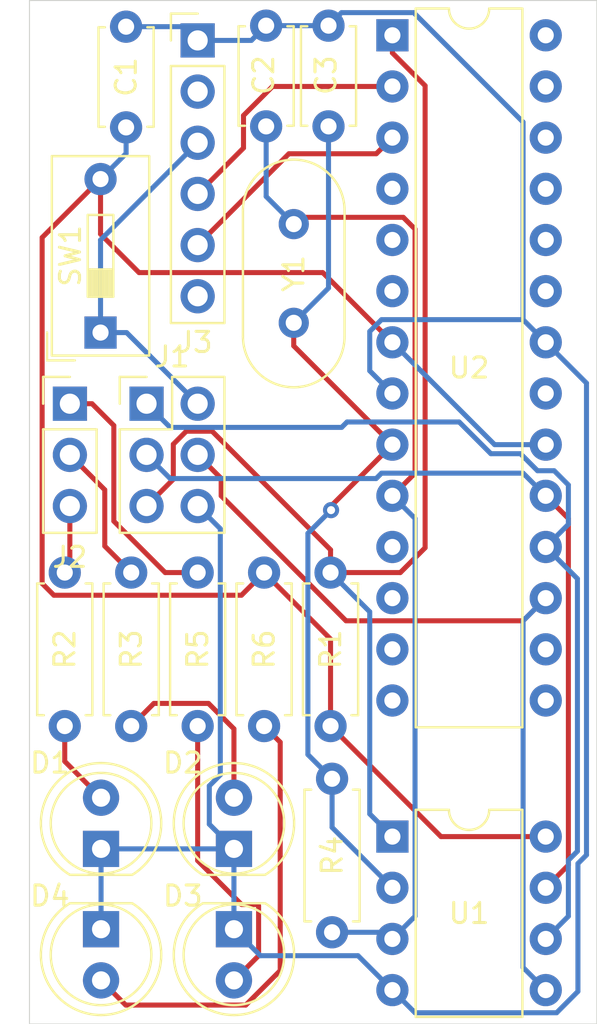
<source format=kicad_pcb>
(kicad_pcb (version 20171130) (host pcbnew 5.1.6+dfsg1-1)

  (general
    (thickness 1.6)
    (drawings 4)
    (tracks 158)
    (zones 0)
    (modules 20)
    (nets 37)
  )

  (page A4)
  (layers
    (0 F.Cu signal)
    (31 B.Cu signal)
    (32 B.Adhes user)
    (33 F.Adhes user)
    (34 B.Paste user)
    (35 F.Paste user)
    (36 B.SilkS user)
    (37 F.SilkS user)
    (38 B.Mask user)
    (39 F.Mask user)
    (40 Dwgs.User user)
    (41 Cmts.User user)
    (42 Eco1.User user)
    (43 Eco2.User user)
    (44 Edge.Cuts user)
    (45 Margin user)
    (46 B.CrtYd user)
    (47 F.CrtYd user)
    (48 B.Fab user)
    (49 F.Fab user)
  )

  (setup
    (last_trace_width 0.25)
    (trace_clearance 0.2)
    (zone_clearance 0.508)
    (zone_45_only no)
    (trace_min 0.2)
    (via_size 0.8)
    (via_drill 0.4)
    (via_min_size 0.4)
    (via_min_drill 0.3)
    (uvia_size 0.3)
    (uvia_drill 0.1)
    (uvias_allowed no)
    (uvia_min_size 0.2)
    (uvia_min_drill 0.1)
    (edge_width 0.05)
    (segment_width 0.2)
    (pcb_text_width 0.3)
    (pcb_text_size 1.5 1.5)
    (mod_edge_width 0.12)
    (mod_text_size 1 1)
    (mod_text_width 0.15)
    (pad_size 1.524 1.524)
    (pad_drill 0.762)
    (pad_to_mask_clearance 0.05)
    (aux_axis_origin 0 0)
    (visible_elements FFFFFF7F)
    (pcbplotparams
      (layerselection 0x010fc_ffffffff)
      (usegerberextensions false)
      (usegerberattributes true)
      (usegerberadvancedattributes true)
      (creategerberjobfile true)
      (excludeedgelayer true)
      (linewidth 0.100000)
      (plotframeref false)
      (viasonmask false)
      (mode 1)
      (useauxorigin false)
      (hpglpennumber 1)
      (hpglpenspeed 20)
      (hpglpendiameter 15.000000)
      (psnegative false)
      (psa4output false)
      (plotreference true)
      (plotvalue true)
      (plotinvisibletext false)
      (padsonsilk false)
      (subtractmaskfromsilk false)
      (outputformat 1)
      (mirror false)
      (drillshape 1)
      (scaleselection 1)
      (outputdirectory ""))
  )

  (net 0 "")
  (net 1 GND)
  (net 2 /XTAL2)
  (net 3 /XTAL1)
  (net 4 "Net-(D1-Pad2)")
  (net 5 "Net-(D2-Pad2)")
  (net 6 "Net-(D3-Pad2)")
  (net 7 "Net-(D4-Pad2)")
  (net 8 /VIn)
  (net 9 "Net-(J2-Pad1)")
  (net 10 "Net-(J2-Pad2)")
  (net 11 "Net-(J2-Pad3)")
  (net 12 "Net-(J3-Pad2)")
  (net 13 "Net-(J3-Pad4)")
  (net 14 "Net-(J3-Pad5)")
  (net 15 "Net-(J3-Pad6)")
  (net 16 /MISO)
  (net 17 /SCK)
  (net 18 /Reset)
  (net 19 /V+)
  (net 20 /MOSI)
  (net 21 "Net-(U2-Pad15)")
  (net 22 "Net-(U2-Pad16)")
  (net 23 "Net-(U2-Pad4)")
  (net 24 "Net-(U2-Pad5)")
  (net 25 "Net-(U2-Pad6)")
  (net 26 "Net-(U2-Pad21)")
  (net 27 "Net-(U2-Pad23)")
  (net 28 "Net-(U2-Pad24)")
  (net 29 "Net-(U2-Pad11)")
  (net 30 "Net-(U2-Pad25)")
  (net 31 "Net-(U2-Pad12)")
  (net 32 "Net-(U2-Pad26)")
  (net 33 "Net-(U2-Pad13)")
  (net 34 "Net-(U2-Pad27)")
  (net 35 "Net-(U2-Pad14)")
  (net 36 "Net-(U2-Pad28)")

  (net_class Default "This is the default net class."
    (clearance 0.2)
    (trace_width 0.25)
    (via_dia 0.8)
    (via_drill 0.4)
    (uvia_dia 0.3)
    (uvia_drill 0.1)
    (add_net /MISO)
    (add_net /MOSI)
    (add_net /Reset)
    (add_net /SCK)
    (add_net /V+)
    (add_net /VIn)
    (add_net /XTAL1)
    (add_net /XTAL2)
    (add_net GND)
    (add_net "Net-(D1-Pad2)")
    (add_net "Net-(D2-Pad2)")
    (add_net "Net-(D3-Pad2)")
    (add_net "Net-(D4-Pad2)")
    (add_net "Net-(J2-Pad1)")
    (add_net "Net-(J2-Pad2)")
    (add_net "Net-(J2-Pad3)")
    (add_net "Net-(J3-Pad2)")
    (add_net "Net-(J3-Pad4)")
    (add_net "Net-(J3-Pad5)")
    (add_net "Net-(J3-Pad6)")
    (add_net "Net-(U2-Pad11)")
    (add_net "Net-(U2-Pad12)")
    (add_net "Net-(U2-Pad13)")
    (add_net "Net-(U2-Pad14)")
    (add_net "Net-(U2-Pad15)")
    (add_net "Net-(U2-Pad16)")
    (add_net "Net-(U2-Pad21)")
    (add_net "Net-(U2-Pad23)")
    (add_net "Net-(U2-Pad24)")
    (add_net "Net-(U2-Pad25)")
    (add_net "Net-(U2-Pad26)")
    (add_net "Net-(U2-Pad27)")
    (add_net "Net-(U2-Pad28)")
    (add_net "Net-(U2-Pad4)")
    (add_net "Net-(U2-Pad5)")
    (add_net "Net-(U2-Pad6)")
  )

  (module Crystal:Crystal_HC18-U_Vertical (layer F.Cu) (tedit 5A1AD3B7) (tstamp 5ED4CDED)
    (at 112.6998 74.5998 270)
    (descr "Crystal THT HC-18/U, http://5hertz.com/pdfs/04404_D.pdf")
    (tags "THT crystalHC-18/U")
    (path /5ED46A31)
    (fp_text reference Y1 (at 2.45 0 90) (layer F.SilkS)
      (effects (font (size 1 1) (thickness 0.15)))
    )
    (fp_text value 16MHz (at 2.45 3.525 90) (layer F.Fab)
      (effects (font (size 1 1) (thickness 0.15)))
    )
    (fp_line (start -0.675 -2.325) (end 5.575 -2.325) (layer F.Fab) (width 0.1))
    (fp_line (start -0.675 2.325) (end 5.575 2.325) (layer F.Fab) (width 0.1))
    (fp_line (start -0.55 -2) (end 5.45 -2) (layer F.Fab) (width 0.1))
    (fp_line (start -0.55 2) (end 5.45 2) (layer F.Fab) (width 0.1))
    (fp_line (start -0.675 -2.525) (end 5.575 -2.525) (layer F.SilkS) (width 0.12))
    (fp_line (start -0.675 2.525) (end 5.575 2.525) (layer F.SilkS) (width 0.12))
    (fp_line (start -3.5 -2.8) (end -3.5 2.8) (layer F.CrtYd) (width 0.05))
    (fp_line (start -3.5 2.8) (end 8.4 2.8) (layer F.CrtYd) (width 0.05))
    (fp_line (start 8.4 2.8) (end 8.4 -2.8) (layer F.CrtYd) (width 0.05))
    (fp_line (start 8.4 -2.8) (end -3.5 -2.8) (layer F.CrtYd) (width 0.05))
    (fp_text user %R (at 2.45 0 90) (layer F.Fab)
      (effects (font (size 1 1) (thickness 0.15)))
    )
    (fp_arc (start -0.675 0) (end -0.675 -2.325) (angle -180) (layer F.Fab) (width 0.1))
    (fp_arc (start 5.575 0) (end 5.575 -2.325) (angle 180) (layer F.Fab) (width 0.1))
    (fp_arc (start -0.55 0) (end -0.55 -2) (angle -180) (layer F.Fab) (width 0.1))
    (fp_arc (start 5.45 0) (end 5.45 -2) (angle 180) (layer F.Fab) (width 0.1))
    (fp_arc (start -0.675 0) (end -0.675 -2.525) (angle -180) (layer F.SilkS) (width 0.12))
    (fp_arc (start 5.575 0) (end 5.575 -2.525) (angle 180) (layer F.SilkS) (width 0.12))
    (pad 1 thru_hole circle (at 0 0 270) (size 1.5 1.5) (drill 0.8) (layers *.Cu *.Mask)
      (net 2 /XTAL2))
    (pad 2 thru_hole circle (at 4.9 0 270) (size 1.5 1.5) (drill 0.8) (layers *.Cu *.Mask)
      (net 3 /XTAL1))
    (model ${KISYS3DMOD}/Crystal.3dshapes/Crystal_HC18-U_Vertical.wrl
      (at (xyz 0 0 0))
      (scale (xyz 1 1 1))
      (rotate (xyz 0 0 0))
    )
  )

  (module Connector_PinHeader_2.54mm:PinHeader_1x06_P2.54mm_Vertical (layer F.Cu) (tedit 59FED5CC) (tstamp 5ED4CC6D)
    (at 107.9246 65.4812)
    (descr "Through hole straight pin header, 1x06, 2.54mm pitch, single row")
    (tags "Through hole pin header THT 1x06 2.54mm single row")
    (path /5EF41B09)
    (fp_text reference J3 (at -0.127 14.986) (layer F.SilkS)
      (effects (font (size 1 1) (thickness 0.15)))
    )
    (fp_text value FTDI (at 0 15.03) (layer F.Fab)
      (effects (font (size 1 1) (thickness 0.15)))
    )
    (fp_line (start -0.635 -1.27) (end 1.27 -1.27) (layer F.Fab) (width 0.1))
    (fp_line (start 1.27 -1.27) (end 1.27 13.97) (layer F.Fab) (width 0.1))
    (fp_line (start 1.27 13.97) (end -1.27 13.97) (layer F.Fab) (width 0.1))
    (fp_line (start -1.27 13.97) (end -1.27 -0.635) (layer F.Fab) (width 0.1))
    (fp_line (start -1.27 -0.635) (end -0.635 -1.27) (layer F.Fab) (width 0.1))
    (fp_line (start -1.33 14.03) (end 1.33 14.03) (layer F.SilkS) (width 0.12))
    (fp_line (start -1.33 1.27) (end -1.33 14.03) (layer F.SilkS) (width 0.12))
    (fp_line (start 1.33 1.27) (end 1.33 14.03) (layer F.SilkS) (width 0.12))
    (fp_line (start -1.33 1.27) (end 1.33 1.27) (layer F.SilkS) (width 0.12))
    (fp_line (start -1.33 0) (end -1.33 -1.33) (layer F.SilkS) (width 0.12))
    (fp_line (start -1.33 -1.33) (end 0 -1.33) (layer F.SilkS) (width 0.12))
    (fp_line (start -1.8 -1.8) (end -1.8 14.5) (layer F.CrtYd) (width 0.05))
    (fp_line (start -1.8 14.5) (end 1.8 14.5) (layer F.CrtYd) (width 0.05))
    (fp_line (start 1.8 14.5) (end 1.8 -1.8) (layer F.CrtYd) (width 0.05))
    (fp_line (start 1.8 -1.8) (end -1.8 -1.8) (layer F.CrtYd) (width 0.05))
    (fp_text user %R (at 0 6.35 90) (layer F.Fab)
      (effects (font (size 1 1) (thickness 0.15)))
    )
    (pad 1 thru_hole rect (at 0 0) (size 1.7 1.7) (drill 1) (layers *.Cu *.Mask)
      (net 1 GND))
    (pad 2 thru_hole oval (at 0 2.54) (size 1.7 1.7) (drill 1) (layers *.Cu *.Mask)
      (net 12 "Net-(J3-Pad2)"))
    (pad 3 thru_hole oval (at 0 5.08) (size 1.7 1.7) (drill 1) (layers *.Cu *.Mask)
      (net 8 /VIn))
    (pad 4 thru_hole oval (at 0 7.62) (size 1.7 1.7) (drill 1) (layers *.Cu *.Mask)
      (net 13 "Net-(J3-Pad4)"))
    (pad 5 thru_hole oval (at 0 10.16) (size 1.7 1.7) (drill 1) (layers *.Cu *.Mask)
      (net 14 "Net-(J3-Pad5)"))
    (pad 6 thru_hole oval (at 0 12.7) (size 1.7 1.7) (drill 1) (layers *.Cu *.Mask)
      (net 15 "Net-(J3-Pad6)"))
    (model ${KISYS3DMOD}/Connector_PinHeader_2.54mm.3dshapes/PinHeader_1x06_P2.54mm_Vertical.wrl
      (at (xyz 0 0 0))
      (scale (xyz 1 1 1))
      (rotate (xyz 0 0 0))
    )
  )

  (module Capacitor_THT:C_Disc_D4.7mm_W2.5mm_P5.00mm (layer F.Cu) (tedit 5AE50EF0) (tstamp 5ED4CBC3)
    (at 111.3282 69.7484 90)
    (descr "C, Disc series, Radial, pin pitch=5.00mm, , diameter*width=4.7*2.5mm^2, Capacitor, http://www.vishay.com/docs/45233/krseries.pdf")
    (tags "C Disc series Radial pin pitch 5.00mm  diameter 4.7mm width 2.5mm Capacitor")
    (path /5ED6DC0E)
    (fp_text reference C2 (at 2.54 -0.127 90) (layer F.SilkS)
      (effects (font (size 1 1) (thickness 0.15)))
    )
    (fp_text value 20pf (at 2.5 2.5 90) (layer F.Fab)
      (effects (font (size 1 1) (thickness 0.15)))
    )
    (fp_line (start 6.05 -1.5) (end -1.05 -1.5) (layer F.CrtYd) (width 0.05))
    (fp_line (start 6.05 1.5) (end 6.05 -1.5) (layer F.CrtYd) (width 0.05))
    (fp_line (start -1.05 1.5) (end 6.05 1.5) (layer F.CrtYd) (width 0.05))
    (fp_line (start -1.05 -1.5) (end -1.05 1.5) (layer F.CrtYd) (width 0.05))
    (fp_line (start 4.97 1.055) (end 4.97 1.37) (layer F.SilkS) (width 0.12))
    (fp_line (start 4.97 -1.37) (end 4.97 -1.055) (layer F.SilkS) (width 0.12))
    (fp_line (start 0.03 1.055) (end 0.03 1.37) (layer F.SilkS) (width 0.12))
    (fp_line (start 0.03 -1.37) (end 0.03 -1.055) (layer F.SilkS) (width 0.12))
    (fp_line (start 0.03 1.37) (end 4.97 1.37) (layer F.SilkS) (width 0.12))
    (fp_line (start 0.03 -1.37) (end 4.97 -1.37) (layer F.SilkS) (width 0.12))
    (fp_line (start 4.85 -1.25) (end 0.15 -1.25) (layer F.Fab) (width 0.1))
    (fp_line (start 4.85 1.25) (end 4.85 -1.25) (layer F.Fab) (width 0.1))
    (fp_line (start 0.15 1.25) (end 4.85 1.25) (layer F.Fab) (width 0.1))
    (fp_line (start 0.15 -1.25) (end 0.15 1.25) (layer F.Fab) (width 0.1))
    (fp_text user %R (at 2.5 0 90) (layer F.Fab)
      (effects (font (size 0.94 0.94) (thickness 0.141)))
    )
    (pad 2 thru_hole circle (at 5 0 90) (size 1.6 1.6) (drill 0.8) (layers *.Cu *.Mask)
      (net 1 GND))
    (pad 1 thru_hole circle (at 0 0 90) (size 1.6 1.6) (drill 0.8) (layers *.Cu *.Mask)
      (net 2 /XTAL2))
    (model ${KISYS3DMOD}/Capacitor_THT.3dshapes/C_Disc_D4.7mm_W2.5mm_P5.00mm.wrl
      (at (xyz 0 0 0))
      (scale (xyz 1 1 1))
      (rotate (xyz 0 0 0))
    )
  )

  (module Capacitor_THT:C_Disc_D4.7mm_W2.5mm_P5.00mm (layer F.Cu) (tedit 5AE50EF0) (tstamp 5ED4CBD8)
    (at 114.427 69.7484 90)
    (descr "C, Disc series, Radial, pin pitch=5.00mm, , diameter*width=4.7*2.5mm^2, Capacitor, http://www.vishay.com/docs/45233/krseries.pdf")
    (tags "C Disc series Radial pin pitch 5.00mm  diameter 4.7mm width 2.5mm Capacitor")
    (path /5ED6E2F1)
    (fp_text reference C3 (at 2.54 -0.127 90) (layer F.SilkS)
      (effects (font (size 1 1) (thickness 0.15)))
    )
    (fp_text value 20pf (at 2.5 2.5 90) (layer F.Fab)
      (effects (font (size 1 1) (thickness 0.15)))
    )
    (fp_line (start 0.15 -1.25) (end 0.15 1.25) (layer F.Fab) (width 0.1))
    (fp_line (start 0.15 1.25) (end 4.85 1.25) (layer F.Fab) (width 0.1))
    (fp_line (start 4.85 1.25) (end 4.85 -1.25) (layer F.Fab) (width 0.1))
    (fp_line (start 4.85 -1.25) (end 0.15 -1.25) (layer F.Fab) (width 0.1))
    (fp_line (start 0.03 -1.37) (end 4.97 -1.37) (layer F.SilkS) (width 0.12))
    (fp_line (start 0.03 1.37) (end 4.97 1.37) (layer F.SilkS) (width 0.12))
    (fp_line (start 0.03 -1.37) (end 0.03 -1.055) (layer F.SilkS) (width 0.12))
    (fp_line (start 0.03 1.055) (end 0.03 1.37) (layer F.SilkS) (width 0.12))
    (fp_line (start 4.97 -1.37) (end 4.97 -1.055) (layer F.SilkS) (width 0.12))
    (fp_line (start 4.97 1.055) (end 4.97 1.37) (layer F.SilkS) (width 0.12))
    (fp_line (start -1.05 -1.5) (end -1.05 1.5) (layer F.CrtYd) (width 0.05))
    (fp_line (start -1.05 1.5) (end 6.05 1.5) (layer F.CrtYd) (width 0.05))
    (fp_line (start 6.05 1.5) (end 6.05 -1.5) (layer F.CrtYd) (width 0.05))
    (fp_line (start 6.05 -1.5) (end -1.05 -1.5) (layer F.CrtYd) (width 0.05))
    (fp_text user %R (at 2.5 0 90) (layer F.Fab)
      (effects (font (size 0.94 0.94) (thickness 0.141)))
    )
    (pad 1 thru_hole circle (at 0 0 90) (size 1.6 1.6) (drill 0.8) (layers *.Cu *.Mask)
      (net 3 /XTAL1))
    (pad 2 thru_hole circle (at 5 0 90) (size 1.6 1.6) (drill 0.8) (layers *.Cu *.Mask)
      (net 1 GND))
    (model ${KISYS3DMOD}/Capacitor_THT.3dshapes/C_Disc_D4.7mm_W2.5mm_P5.00mm.wrl
      (at (xyz 0 0 0))
      (scale (xyz 1 1 1))
      (rotate (xyz 0 0 0))
    )
  )

  (module LED_THT:LED_D5.0mm (layer F.Cu) (tedit 5995936A) (tstamp 5ED4CBEA)
    (at 103.124 105.6132 90)
    (descr "LED, diameter 5.0mm, 2 pins, http://cdn-reichelt.de/documents/datenblatt/A500/LL-504BC2E-009.pdf")
    (tags "LED diameter 5.0mm 2 pins")
    (path /5ED490BF)
    (fp_text reference D1 (at 4.2672 -2.54 180) (layer F.SilkS)
      (effects (font (size 1 1) (thickness 0.15)))
    )
    (fp_text value PRG (at 1.27 3.96 90) (layer F.Fab)
      (effects (font (size 1 1) (thickness 0.15)))
    )
    (fp_line (start 4.5 -3.25) (end -1.95 -3.25) (layer F.CrtYd) (width 0.05))
    (fp_line (start 4.5 3.25) (end 4.5 -3.25) (layer F.CrtYd) (width 0.05))
    (fp_line (start -1.95 3.25) (end 4.5 3.25) (layer F.CrtYd) (width 0.05))
    (fp_line (start -1.95 -3.25) (end -1.95 3.25) (layer F.CrtYd) (width 0.05))
    (fp_line (start -1.29 -1.545) (end -1.29 1.545) (layer F.SilkS) (width 0.12))
    (fp_line (start -1.23 -1.469694) (end -1.23 1.469694) (layer F.Fab) (width 0.1))
    (fp_circle (center 1.27 0) (end 3.77 0) (layer F.SilkS) (width 0.12))
    (fp_circle (center 1.27 0) (end 3.77 0) (layer F.Fab) (width 0.1))
    (fp_text user %R (at 1.25 0 90) (layer F.Fab)
      (effects (font (size 0.8 0.8) (thickness 0.2)))
    )
    (fp_arc (start 1.27 0) (end -1.29 1.54483) (angle -148.9) (layer F.SilkS) (width 0.12))
    (fp_arc (start 1.27 0) (end -1.29 -1.54483) (angle 148.9) (layer F.SilkS) (width 0.12))
    (fp_arc (start 1.27 0) (end -1.23 -1.469694) (angle 299.1) (layer F.Fab) (width 0.1))
    (pad 2 thru_hole circle (at 2.54 0 90) (size 1.8 1.8) (drill 0.9) (layers *.Cu *.Mask)
      (net 4 "Net-(D1-Pad2)"))
    (pad 1 thru_hole rect (at 0 0 90) (size 1.8 1.8) (drill 0.9) (layers *.Cu *.Mask)
      (net 1 GND))
    (model ${KISYS3DMOD}/LED_THT.3dshapes/LED_D5.0mm.wrl
      (at (xyz 0 0 0))
      (scale (xyz 1 1 1))
      (rotate (xyz 0 0 0))
    )
  )

  (module LED_THT:LED_D5.0mm (layer F.Cu) (tedit 5995936A) (tstamp 5ED4CBFC)
    (at 109.728 105.6132 90)
    (descr "LED, diameter 5.0mm, 2 pins, http://cdn-reichelt.de/documents/datenblatt/A500/LL-504BC2E-009.pdf")
    (tags "LED diameter 5.0mm 2 pins")
    (path /5ED499D2)
    (fp_text reference D2 (at 4.2672 -2.54 180) (layer F.SilkS)
      (effects (font (size 1 1) (thickness 0.15)))
    )
    (fp_text value ERR (at 1.27 3.96 90) (layer F.Fab)
      (effects (font (size 1 1) (thickness 0.15)))
    )
    (fp_circle (center 1.27 0) (end 3.77 0) (layer F.Fab) (width 0.1))
    (fp_circle (center 1.27 0) (end 3.77 0) (layer F.SilkS) (width 0.12))
    (fp_line (start -1.23 -1.469694) (end -1.23 1.469694) (layer F.Fab) (width 0.1))
    (fp_line (start -1.29 -1.545) (end -1.29 1.545) (layer F.SilkS) (width 0.12))
    (fp_line (start -1.95 -3.25) (end -1.95 3.25) (layer F.CrtYd) (width 0.05))
    (fp_line (start -1.95 3.25) (end 4.5 3.25) (layer F.CrtYd) (width 0.05))
    (fp_line (start 4.5 3.25) (end 4.5 -3.25) (layer F.CrtYd) (width 0.05))
    (fp_line (start 4.5 -3.25) (end -1.95 -3.25) (layer F.CrtYd) (width 0.05))
    (fp_arc (start 1.27 0) (end -1.23 -1.469694) (angle 299.1) (layer F.Fab) (width 0.1))
    (fp_arc (start 1.27 0) (end -1.29 -1.54483) (angle 148.9) (layer F.SilkS) (width 0.12))
    (fp_arc (start 1.27 0) (end -1.29 1.54483) (angle -148.9) (layer F.SilkS) (width 0.12))
    (fp_text user %R (at 1.25 0 90) (layer F.Fab)
      (effects (font (size 0.8 0.8) (thickness 0.2)))
    )
    (pad 1 thru_hole rect (at 0 0 90) (size 1.8 1.8) (drill 0.9) (layers *.Cu *.Mask)
      (net 1 GND))
    (pad 2 thru_hole circle (at 2.54 0 90) (size 1.8 1.8) (drill 0.9) (layers *.Cu *.Mask)
      (net 5 "Net-(D2-Pad2)"))
    (model ${KISYS3DMOD}/LED_THT.3dshapes/LED_D5.0mm.wrl
      (at (xyz 0 0 0))
      (scale (xyz 1 1 1))
      (rotate (xyz 0 0 0))
    )
  )

  (module LED_THT:LED_D5.0mm (layer F.Cu) (tedit 5995936A) (tstamp 5ED4CC0E)
    (at 109.728 109.601 270)
    (descr "LED, diameter 5.0mm, 2 pins, http://cdn-reichelt.de/documents/datenblatt/A500/LL-504BC2E-009.pdf")
    (tags "LED diameter 5.0mm 2 pins")
    (path /5ED4A283)
    (fp_text reference D3 (at -1.651 2.54 180) (layer F.SilkS)
      (effects (font (size 1 1) (thickness 0.15)))
    )
    (fp_text value HB (at 1.27 3.96 90) (layer F.Fab)
      (effects (font (size 1 1) (thickness 0.15)))
    )
    (fp_line (start 4.5 -3.25) (end -1.95 -3.25) (layer F.CrtYd) (width 0.05))
    (fp_line (start 4.5 3.25) (end 4.5 -3.25) (layer F.CrtYd) (width 0.05))
    (fp_line (start -1.95 3.25) (end 4.5 3.25) (layer F.CrtYd) (width 0.05))
    (fp_line (start -1.95 -3.25) (end -1.95 3.25) (layer F.CrtYd) (width 0.05))
    (fp_line (start -1.29 -1.545) (end -1.29 1.545) (layer F.SilkS) (width 0.12))
    (fp_line (start -1.23 -1.469694) (end -1.23 1.469694) (layer F.Fab) (width 0.1))
    (fp_circle (center 1.27 0) (end 3.77 0) (layer F.SilkS) (width 0.12))
    (fp_circle (center 1.27 0) (end 3.77 0) (layer F.Fab) (width 0.1))
    (fp_text user %R (at 1.25 0 90) (layer F.Fab)
      (effects (font (size 0.8 0.8) (thickness 0.2)))
    )
    (fp_arc (start 1.27 0) (end -1.29 1.54483) (angle -148.9) (layer F.SilkS) (width 0.12))
    (fp_arc (start 1.27 0) (end -1.29 -1.54483) (angle 148.9) (layer F.SilkS) (width 0.12))
    (fp_arc (start 1.27 0) (end -1.23 -1.469694) (angle 299.1) (layer F.Fab) (width 0.1))
    (pad 2 thru_hole circle (at 2.54 0 270) (size 1.8 1.8) (drill 0.9) (layers *.Cu *.Mask)
      (net 6 "Net-(D3-Pad2)"))
    (pad 1 thru_hole rect (at 0 0 270) (size 1.8 1.8) (drill 0.9) (layers *.Cu *.Mask)
      (net 1 GND))
    (model ${KISYS3DMOD}/LED_THT.3dshapes/LED_D5.0mm.wrl
      (at (xyz 0 0 0))
      (scale (xyz 1 1 1))
      (rotate (xyz 0 0 0))
    )
  )

  (module LED_THT:LED_D5.0mm (layer F.Cu) (tedit 5995936A) (tstamp 5ED4CC20)
    (at 103.124 109.601 270)
    (descr "LED, diameter 5.0mm, 2 pins, http://cdn-reichelt.de/documents/datenblatt/A500/LL-504BC2E-009.pdf")
    (tags "LED diameter 5.0mm 2 pins")
    (path /5EEDDC08)
    (fp_text reference D4 (at -1.651 2.54 180) (layer F.SilkS)
      (effects (font (size 1 1) (thickness 0.15)))
    )
    (fp_text value Power (at 1.27 3.96 90) (layer F.Fab)
      (effects (font (size 1 1) (thickness 0.15)))
    )
    (fp_circle (center 1.27 0) (end 3.77 0) (layer F.Fab) (width 0.1))
    (fp_circle (center 1.27 0) (end 3.77 0) (layer F.SilkS) (width 0.12))
    (fp_line (start -1.23 -1.469694) (end -1.23 1.469694) (layer F.Fab) (width 0.1))
    (fp_line (start -1.29 -1.545) (end -1.29 1.545) (layer F.SilkS) (width 0.12))
    (fp_line (start -1.95 -3.25) (end -1.95 3.25) (layer F.CrtYd) (width 0.05))
    (fp_line (start -1.95 3.25) (end 4.5 3.25) (layer F.CrtYd) (width 0.05))
    (fp_line (start 4.5 3.25) (end 4.5 -3.25) (layer F.CrtYd) (width 0.05))
    (fp_line (start 4.5 -3.25) (end -1.95 -3.25) (layer F.CrtYd) (width 0.05))
    (fp_arc (start 1.27 0) (end -1.23 -1.469694) (angle 299.1) (layer F.Fab) (width 0.1))
    (fp_arc (start 1.27 0) (end -1.29 -1.54483) (angle 148.9) (layer F.SilkS) (width 0.12))
    (fp_arc (start 1.27 0) (end -1.29 1.54483) (angle -148.9) (layer F.SilkS) (width 0.12))
    (fp_text user %R (at 1.25 0 90) (layer F.Fab)
      (effects (font (size 0.8 0.8) (thickness 0.2)))
    )
    (pad 1 thru_hole rect (at 0 0 270) (size 1.8 1.8) (drill 0.9) (layers *.Cu *.Mask)
      (net 1 GND))
    (pad 2 thru_hole circle (at 2.54 0 270) (size 1.8 1.8) (drill 0.9) (layers *.Cu *.Mask)
      (net 7 "Net-(D4-Pad2)"))
    (model ${KISYS3DMOD}/LED_THT.3dshapes/LED_D5.0mm.wrl
      (at (xyz 0 0 0))
      (scale (xyz 1 1 1))
      (rotate (xyz 0 0 0))
    )
  )

  (module Connector_PinHeader_2.54mm:PinHeader_2x03_P2.54mm_Vertical (layer F.Cu) (tedit 59FED5CC) (tstamp 5ED4CC3C)
    (at 105.3846 83.5152)
    (descr "Through hole straight pin header, 2x03, 2.54mm pitch, double rows")
    (tags "Through hole pin header THT 2x03 2.54mm double row")
    (path /5EDF30A1)
    (fp_text reference J1 (at 1.27 -2.33) (layer F.SilkS)
      (effects (font (size 1 1) (thickness 0.15)))
    )
    (fp_text value ICSP (at 1.27 7.41) (layer F.Fab)
      (effects (font (size 1 1) (thickness 0.15)))
    )
    (fp_line (start 0 -1.27) (end 3.81 -1.27) (layer F.Fab) (width 0.1))
    (fp_line (start 3.81 -1.27) (end 3.81 6.35) (layer F.Fab) (width 0.1))
    (fp_line (start 3.81 6.35) (end -1.27 6.35) (layer F.Fab) (width 0.1))
    (fp_line (start -1.27 6.35) (end -1.27 0) (layer F.Fab) (width 0.1))
    (fp_line (start -1.27 0) (end 0 -1.27) (layer F.Fab) (width 0.1))
    (fp_line (start -1.33 6.41) (end 3.87 6.41) (layer F.SilkS) (width 0.12))
    (fp_line (start -1.33 1.27) (end -1.33 6.41) (layer F.SilkS) (width 0.12))
    (fp_line (start 3.87 -1.33) (end 3.87 6.41) (layer F.SilkS) (width 0.12))
    (fp_line (start -1.33 1.27) (end 1.27 1.27) (layer F.SilkS) (width 0.12))
    (fp_line (start 1.27 1.27) (end 1.27 -1.33) (layer F.SilkS) (width 0.12))
    (fp_line (start 1.27 -1.33) (end 3.87 -1.33) (layer F.SilkS) (width 0.12))
    (fp_line (start -1.33 0) (end -1.33 -1.33) (layer F.SilkS) (width 0.12))
    (fp_line (start -1.33 -1.33) (end 0 -1.33) (layer F.SilkS) (width 0.12))
    (fp_line (start -1.8 -1.8) (end -1.8 6.85) (layer F.CrtYd) (width 0.05))
    (fp_line (start -1.8 6.85) (end 4.35 6.85) (layer F.CrtYd) (width 0.05))
    (fp_line (start 4.35 6.85) (end 4.35 -1.8) (layer F.CrtYd) (width 0.05))
    (fp_line (start 4.35 -1.8) (end -1.8 -1.8) (layer F.CrtYd) (width 0.05))
    (fp_text user %R (at 1.27 2.54 90) (layer F.Fab)
      (effects (font (size 1 1) (thickness 0.15)))
    )
    (pad 1 thru_hole rect (at 0 0) (size 1.7 1.7) (drill 1) (layers *.Cu *.Mask)
      (net 16 /MISO))
    (pad 2 thru_hole oval (at 2.54 0) (size 1.7 1.7) (drill 1) (layers *.Cu *.Mask)
      (net 8 /VIn))
    (pad 3 thru_hole oval (at 0 2.54) (size 1.7 1.7) (drill 1) (layers *.Cu *.Mask)
      (net 17 /SCK))
    (pad 4 thru_hole oval (at 2.54 2.54) (size 1.7 1.7) (drill 1) (layers *.Cu *.Mask)
      (net 20 /MOSI))
    (pad 5 thru_hole oval (at 0 5.08) (size 1.7 1.7) (drill 1) (layers *.Cu *.Mask)
      (net 18 /Reset))
    (pad 6 thru_hole oval (at 2.54 5.08) (size 1.7 1.7) (drill 1) (layers *.Cu *.Mask)
      (net 1 GND))
    (model ${KISYS3DMOD}/Connector_PinHeader_2.54mm.3dshapes/PinHeader_2x03_P2.54mm_Vertical.wrl
      (at (xyz 0 0 0))
      (scale (xyz 1 1 1))
      (rotate (xyz 0 0 0))
    )
  )

  (module Connector_PinHeader_2.54mm:PinHeader_1x03_P2.54mm_Vertical (layer F.Cu) (tedit 59FED5CC) (tstamp 5ED4CC53)
    (at 101.5746 83.5152)
    (descr "Through hole straight pin header, 1x03, 2.54mm pitch, single row")
    (tags "Through hole pin header THT 1x03 2.54mm single row")
    (path /5ED4B08F)
    (fp_text reference J2 (at 0 7.62) (layer F.SilkS)
      (effects (font (size 1 1) (thickness 0.15)))
    )
    (fp_text value Status (at 0 7.41) (layer F.Fab)
      (effects (font (size 1 1) (thickness 0.15)))
    )
    (fp_line (start -0.635 -1.27) (end 1.27 -1.27) (layer F.Fab) (width 0.1))
    (fp_line (start 1.27 -1.27) (end 1.27 6.35) (layer F.Fab) (width 0.1))
    (fp_line (start 1.27 6.35) (end -1.27 6.35) (layer F.Fab) (width 0.1))
    (fp_line (start -1.27 6.35) (end -1.27 -0.635) (layer F.Fab) (width 0.1))
    (fp_line (start -1.27 -0.635) (end -0.635 -1.27) (layer F.Fab) (width 0.1))
    (fp_line (start -1.33 6.41) (end 1.33 6.41) (layer F.SilkS) (width 0.12))
    (fp_line (start -1.33 1.27) (end -1.33 6.41) (layer F.SilkS) (width 0.12))
    (fp_line (start 1.33 1.27) (end 1.33 6.41) (layer F.SilkS) (width 0.12))
    (fp_line (start -1.33 1.27) (end 1.33 1.27) (layer F.SilkS) (width 0.12))
    (fp_line (start -1.33 0) (end -1.33 -1.33) (layer F.SilkS) (width 0.12))
    (fp_line (start -1.33 -1.33) (end 0 -1.33) (layer F.SilkS) (width 0.12))
    (fp_line (start -1.8 -1.8) (end -1.8 6.85) (layer F.CrtYd) (width 0.05))
    (fp_line (start -1.8 6.85) (end 1.8 6.85) (layer F.CrtYd) (width 0.05))
    (fp_line (start 1.8 6.85) (end 1.8 -1.8) (layer F.CrtYd) (width 0.05))
    (fp_line (start 1.8 -1.8) (end -1.8 -1.8) (layer F.CrtYd) (width 0.05))
    (fp_text user %R (at 0 2.54 90) (layer F.Fab)
      (effects (font (size 1 1) (thickness 0.15)))
    )
    (pad 1 thru_hole rect (at 0 0) (size 1.7 1.7) (drill 1) (layers *.Cu *.Mask)
      (net 9 "Net-(J2-Pad1)"))
    (pad 2 thru_hole oval (at 0 2.54) (size 1.7 1.7) (drill 1) (layers *.Cu *.Mask)
      (net 10 "Net-(J2-Pad2)"))
    (pad 3 thru_hole oval (at 0 5.08) (size 1.7 1.7) (drill 1) (layers *.Cu *.Mask)
      (net 11 "Net-(J2-Pad3)"))
    (model ${KISYS3DMOD}/Connector_PinHeader_2.54mm.3dshapes/PinHeader_1x03_P2.54mm_Vertical.wrl
      (at (xyz 0 0 0))
      (scale (xyz 1 1 1))
      (rotate (xyz 0 0 0))
    )
  )

  (module Resistor_THT:R_Axial_DIN0207_L6.3mm_D2.5mm_P7.62mm_Horizontal (layer F.Cu) (tedit 5AE5139B) (tstamp 5ED4F3FB)
    (at 114.5286 91.8972 270)
    (descr "Resistor, Axial_DIN0207 series, Axial, Horizontal, pin pitch=7.62mm, 0.25W = 1/4W, length*diameter=6.3*2.5mm^2, http://cdn-reichelt.de/documents/datenblatt/B400/1_4W%23YAG.pdf")
    (tags "Resistor Axial_DIN0207 series Axial Horizontal pin pitch 7.62mm 0.25W = 1/4W length 6.3mm diameter 2.5mm")
    (path /5EE5920E)
    (fp_text reference R1 (at 3.81 0 90) (layer F.SilkS)
      (effects (font (size 1 1) (thickness 0.15)))
    )
    (fp_text value 10K (at 3.81 2.37 90) (layer F.Fab)
      (effects (font (size 1 1) (thickness 0.15)))
    )
    (fp_line (start 8.67 -1.5) (end -1.05 -1.5) (layer F.CrtYd) (width 0.05))
    (fp_line (start 8.67 1.5) (end 8.67 -1.5) (layer F.CrtYd) (width 0.05))
    (fp_line (start -1.05 1.5) (end 8.67 1.5) (layer F.CrtYd) (width 0.05))
    (fp_line (start -1.05 -1.5) (end -1.05 1.5) (layer F.CrtYd) (width 0.05))
    (fp_line (start 7.08 1.37) (end 7.08 1.04) (layer F.SilkS) (width 0.12))
    (fp_line (start 0.54 1.37) (end 7.08 1.37) (layer F.SilkS) (width 0.12))
    (fp_line (start 0.54 1.04) (end 0.54 1.37) (layer F.SilkS) (width 0.12))
    (fp_line (start 7.08 -1.37) (end 7.08 -1.04) (layer F.SilkS) (width 0.12))
    (fp_line (start 0.54 -1.37) (end 7.08 -1.37) (layer F.SilkS) (width 0.12))
    (fp_line (start 0.54 -1.04) (end 0.54 -1.37) (layer F.SilkS) (width 0.12))
    (fp_line (start 7.62 0) (end 6.96 0) (layer F.Fab) (width 0.1))
    (fp_line (start 0 0) (end 0.66 0) (layer F.Fab) (width 0.1))
    (fp_line (start 6.96 -1.25) (end 0.66 -1.25) (layer F.Fab) (width 0.1))
    (fp_line (start 6.96 1.25) (end 6.96 -1.25) (layer F.Fab) (width 0.1))
    (fp_line (start 0.66 1.25) (end 6.96 1.25) (layer F.Fab) (width 0.1))
    (fp_line (start 0.66 -1.25) (end 0.66 1.25) (layer F.Fab) (width 0.1))
    (fp_text user %R (at 3.81 0 90) (layer F.Fab)
      (effects (font (size 1 1) (thickness 0.15)))
    )
    (pad 2 thru_hole oval (at 7.62 0 270) (size 1.6 1.6) (drill 0.8) (layers *.Cu *.Mask)
      (net 19 /V+))
    (pad 1 thru_hole circle (at 0 0 270) (size 1.6 1.6) (drill 0.8) (layers *.Cu *.Mask)
      (net 18 /Reset))
    (model ${KISYS3DMOD}/Resistor_THT.3dshapes/R_Axial_DIN0207_L6.3mm_D2.5mm_P7.62mm_Horizontal.wrl
      (at (xyz 0 0 0))
      (scale (xyz 1 1 1))
      (rotate (xyz 0 0 0))
    )
  )

  (module Resistor_THT:R_Axial_DIN0207_L6.3mm_D2.5mm_P7.62mm_Horizontal (layer F.Cu) (tedit 5AE5139B) (tstamp 5ED4CCF7)
    (at 101.3206 91.8972 270)
    (descr "Resistor, Axial_DIN0207 series, Axial, Horizontal, pin pitch=7.62mm, 0.25W = 1/4W, length*diameter=6.3*2.5mm^2, http://cdn-reichelt.de/documents/datenblatt/B400/1_4W%23YAG.pdf")
    (tags "Resistor Axial_DIN0207 series Axial Horizontal pin pitch 7.62mm 0.25W = 1/4W length 6.3mm diameter 2.5mm")
    (path /5ED47E1D)
    (fp_text reference R2 (at 3.81 0 90) (layer F.SilkS)
      (effects (font (size 1 1) (thickness 0.15)))
    )
    (fp_text value 220 (at 3.81 2.37 90) (layer F.Fab)
      (effects (font (size 1 1) (thickness 0.15)))
    )
    (fp_line (start 0.66 -1.25) (end 0.66 1.25) (layer F.Fab) (width 0.1))
    (fp_line (start 0.66 1.25) (end 6.96 1.25) (layer F.Fab) (width 0.1))
    (fp_line (start 6.96 1.25) (end 6.96 -1.25) (layer F.Fab) (width 0.1))
    (fp_line (start 6.96 -1.25) (end 0.66 -1.25) (layer F.Fab) (width 0.1))
    (fp_line (start 0 0) (end 0.66 0) (layer F.Fab) (width 0.1))
    (fp_line (start 7.62 0) (end 6.96 0) (layer F.Fab) (width 0.1))
    (fp_line (start 0.54 -1.04) (end 0.54 -1.37) (layer F.SilkS) (width 0.12))
    (fp_line (start 0.54 -1.37) (end 7.08 -1.37) (layer F.SilkS) (width 0.12))
    (fp_line (start 7.08 -1.37) (end 7.08 -1.04) (layer F.SilkS) (width 0.12))
    (fp_line (start 0.54 1.04) (end 0.54 1.37) (layer F.SilkS) (width 0.12))
    (fp_line (start 0.54 1.37) (end 7.08 1.37) (layer F.SilkS) (width 0.12))
    (fp_line (start 7.08 1.37) (end 7.08 1.04) (layer F.SilkS) (width 0.12))
    (fp_line (start -1.05 -1.5) (end -1.05 1.5) (layer F.CrtYd) (width 0.05))
    (fp_line (start -1.05 1.5) (end 8.67 1.5) (layer F.CrtYd) (width 0.05))
    (fp_line (start 8.67 1.5) (end 8.67 -1.5) (layer F.CrtYd) (width 0.05))
    (fp_line (start 8.67 -1.5) (end -1.05 -1.5) (layer F.CrtYd) (width 0.05))
    (fp_text user %R (at 3.81 0 90) (layer F.Fab)
      (effects (font (size 1 1) (thickness 0.15)))
    )
    (pad 1 thru_hole circle (at 0 0 270) (size 1.6 1.6) (drill 0.8) (layers *.Cu *.Mask)
      (net 11 "Net-(J2-Pad3)"))
    (pad 2 thru_hole oval (at 7.62 0 270) (size 1.6 1.6) (drill 0.8) (layers *.Cu *.Mask)
      (net 4 "Net-(D1-Pad2)"))
    (model ${KISYS3DMOD}/Resistor_THT.3dshapes/R_Axial_DIN0207_L6.3mm_D2.5mm_P7.62mm_Horizontal.wrl
      (at (xyz 0 0 0))
      (scale (xyz 1 1 1))
      (rotate (xyz 0 0 0))
    )
  )

  (module Resistor_THT:R_Axial_DIN0207_L6.3mm_D2.5mm_P7.62mm_Horizontal (layer F.Cu) (tedit 5AE5139B) (tstamp 5ED4CD0E)
    (at 104.6226 99.5172 90)
    (descr "Resistor, Axial_DIN0207 series, Axial, Horizontal, pin pitch=7.62mm, 0.25W = 1/4W, length*diameter=6.3*2.5mm^2, http://cdn-reichelt.de/documents/datenblatt/B400/1_4W%23YAG.pdf")
    (tags "Resistor Axial_DIN0207 series Axial Horizontal pin pitch 7.62mm 0.25W = 1/4W length 6.3mm diameter 2.5mm")
    (path /5ED4837A)
    (fp_text reference R3 (at 3.81 0 90) (layer F.SilkS)
      (effects (font (size 1 1) (thickness 0.15)))
    )
    (fp_text value 220 (at 3.81 -2.54 90) (layer F.Fab)
      (effects (font (size 1 1) (thickness 0.15)))
    )
    (fp_line (start 8.67 -1.5) (end -1.05 -1.5) (layer F.CrtYd) (width 0.05))
    (fp_line (start 8.67 1.5) (end 8.67 -1.5) (layer F.CrtYd) (width 0.05))
    (fp_line (start -1.05 1.5) (end 8.67 1.5) (layer F.CrtYd) (width 0.05))
    (fp_line (start -1.05 -1.5) (end -1.05 1.5) (layer F.CrtYd) (width 0.05))
    (fp_line (start 7.08 1.37) (end 7.08 1.04) (layer F.SilkS) (width 0.12))
    (fp_line (start 0.54 1.37) (end 7.08 1.37) (layer F.SilkS) (width 0.12))
    (fp_line (start 0.54 1.04) (end 0.54 1.37) (layer F.SilkS) (width 0.12))
    (fp_line (start 7.08 -1.37) (end 7.08 -1.04) (layer F.SilkS) (width 0.12))
    (fp_line (start 0.54 -1.37) (end 7.08 -1.37) (layer F.SilkS) (width 0.12))
    (fp_line (start 0.54 -1.04) (end 0.54 -1.37) (layer F.SilkS) (width 0.12))
    (fp_line (start 7.62 0) (end 6.96 0) (layer F.Fab) (width 0.1))
    (fp_line (start 0 0) (end 0.66 0) (layer F.Fab) (width 0.1))
    (fp_line (start 6.96 -1.25) (end 0.66 -1.25) (layer F.Fab) (width 0.1))
    (fp_line (start 6.96 1.25) (end 6.96 -1.25) (layer F.Fab) (width 0.1))
    (fp_line (start 0.66 1.25) (end 6.96 1.25) (layer F.Fab) (width 0.1))
    (fp_line (start 0.66 -1.25) (end 0.66 1.25) (layer F.Fab) (width 0.1))
    (fp_text user %R (at 3.81 0 90) (layer F.Fab)
      (effects (font (size 1 1) (thickness 0.15)))
    )
    (pad 2 thru_hole oval (at 7.62 0 90) (size 1.6 1.6) (drill 0.8) (layers *.Cu *.Mask)
      (net 10 "Net-(J2-Pad2)"))
    (pad 1 thru_hole circle (at 0 0 90) (size 1.6 1.6) (drill 0.8) (layers *.Cu *.Mask)
      (net 5 "Net-(D2-Pad2)"))
    (model ${KISYS3DMOD}/Resistor_THT.3dshapes/R_Axial_DIN0207_L6.3mm_D2.5mm_P7.62mm_Horizontal.wrl
      (at (xyz 0 0 0))
      (scale (xyz 1 1 1))
      (rotate (xyz 0 0 0))
    )
  )

  (module Resistor_THT:R_Axial_DIN0207_L6.3mm_D2.5mm_P7.62mm_Horizontal (layer F.Cu) (tedit 5AE5139B) (tstamp 5ED4FC77)
    (at 114.6048 102.1334 270)
    (descr "Resistor, Axial_DIN0207 series, Axial, Horizontal, pin pitch=7.62mm, 0.25W = 1/4W, length*diameter=6.3*2.5mm^2, http://cdn-reichelt.de/documents/datenblatt/B400/1_4W%23YAG.pdf")
    (tags "Resistor Axial_DIN0207 series Axial Horizontal pin pitch 7.62mm 0.25W = 1/4W length 6.3mm diameter 2.5mm")
    (path /5ED6D263)
    (fp_text reference R4 (at 3.81 0 90) (layer F.SilkS)
      (effects (font (size 1 1) (thickness 0.15)))
    )
    (fp_text value 1M (at 3.81 2.37 90) (layer F.Fab)
      (effects (font (size 1 1) (thickness 0.15)))
    )
    (fp_line (start 8.67 -1.5) (end -1.05 -1.5) (layer F.CrtYd) (width 0.05))
    (fp_line (start 8.67 1.5) (end 8.67 -1.5) (layer F.CrtYd) (width 0.05))
    (fp_line (start -1.05 1.5) (end 8.67 1.5) (layer F.CrtYd) (width 0.05))
    (fp_line (start -1.05 -1.5) (end -1.05 1.5) (layer F.CrtYd) (width 0.05))
    (fp_line (start 7.08 1.37) (end 7.08 1.04) (layer F.SilkS) (width 0.12))
    (fp_line (start 0.54 1.37) (end 7.08 1.37) (layer F.SilkS) (width 0.12))
    (fp_line (start 0.54 1.04) (end 0.54 1.37) (layer F.SilkS) (width 0.12))
    (fp_line (start 7.08 -1.37) (end 7.08 -1.04) (layer F.SilkS) (width 0.12))
    (fp_line (start 0.54 -1.37) (end 7.08 -1.37) (layer F.SilkS) (width 0.12))
    (fp_line (start 0.54 -1.04) (end 0.54 -1.37) (layer F.SilkS) (width 0.12))
    (fp_line (start 7.62 0) (end 6.96 0) (layer F.Fab) (width 0.1))
    (fp_line (start 0 0) (end 0.66 0) (layer F.Fab) (width 0.1))
    (fp_line (start 6.96 -1.25) (end 0.66 -1.25) (layer F.Fab) (width 0.1))
    (fp_line (start 6.96 1.25) (end 6.96 -1.25) (layer F.Fab) (width 0.1))
    (fp_line (start 0.66 1.25) (end 6.96 1.25) (layer F.Fab) (width 0.1))
    (fp_line (start 0.66 -1.25) (end 0.66 1.25) (layer F.Fab) (width 0.1))
    (fp_text user %R (at 3.81 0 270) (layer F.Fab)
      (effects (font (size 1 1) (thickness 0.15)))
    )
    (pad 2 thru_hole oval (at 7.62 0 270) (size 1.6 1.6) (drill 0.8) (layers *.Cu *.Mask)
      (net 2 /XTAL2))
    (pad 1 thru_hole circle (at 0 0 270) (size 1.6 1.6) (drill 0.8) (layers *.Cu *.Mask)
      (net 3 /XTAL1))
    (model ${KISYS3DMOD}/Resistor_THT.3dshapes/R_Axial_DIN0207_L6.3mm_D2.5mm_P7.62mm_Horizontal.wrl
      (at (xyz 0 0 0))
      (scale (xyz 1 1 1))
      (rotate (xyz 0 0 0))
    )
  )

  (module Resistor_THT:R_Axial_DIN0207_L6.3mm_D2.5mm_P7.62mm_Horizontal (layer F.Cu) (tedit 5AE5139B) (tstamp 5ED4CD3C)
    (at 107.9246 91.8972 270)
    (descr "Resistor, Axial_DIN0207 series, Axial, Horizontal, pin pitch=7.62mm, 0.25W = 1/4W, length*diameter=6.3*2.5mm^2, http://cdn-reichelt.de/documents/datenblatt/B400/1_4W%23YAG.pdf")
    (tags "Resistor Axial_DIN0207 series Axial Horizontal pin pitch 7.62mm 0.25W = 1/4W length 6.3mm diameter 2.5mm")
    (path /5ED488F8)
    (fp_text reference R5 (at 3.81 0 90) (layer F.SilkS)
      (effects (font (size 1 1) (thickness 0.15)))
    )
    (fp_text value 220 (at 3.81 2.37 90) (layer F.Fab)
      (effects (font (size 1 1) (thickness 0.15)))
    )
    (fp_line (start 0.66 -1.25) (end 0.66 1.25) (layer F.Fab) (width 0.1))
    (fp_line (start 0.66 1.25) (end 6.96 1.25) (layer F.Fab) (width 0.1))
    (fp_line (start 6.96 1.25) (end 6.96 -1.25) (layer F.Fab) (width 0.1))
    (fp_line (start 6.96 -1.25) (end 0.66 -1.25) (layer F.Fab) (width 0.1))
    (fp_line (start 0 0) (end 0.66 0) (layer F.Fab) (width 0.1))
    (fp_line (start 7.62 0) (end 6.96 0) (layer F.Fab) (width 0.1))
    (fp_line (start 0.54 -1.04) (end 0.54 -1.37) (layer F.SilkS) (width 0.12))
    (fp_line (start 0.54 -1.37) (end 7.08 -1.37) (layer F.SilkS) (width 0.12))
    (fp_line (start 7.08 -1.37) (end 7.08 -1.04) (layer F.SilkS) (width 0.12))
    (fp_line (start 0.54 1.04) (end 0.54 1.37) (layer F.SilkS) (width 0.12))
    (fp_line (start 0.54 1.37) (end 7.08 1.37) (layer F.SilkS) (width 0.12))
    (fp_line (start 7.08 1.37) (end 7.08 1.04) (layer F.SilkS) (width 0.12))
    (fp_line (start -1.05 -1.5) (end -1.05 1.5) (layer F.CrtYd) (width 0.05))
    (fp_line (start -1.05 1.5) (end 8.67 1.5) (layer F.CrtYd) (width 0.05))
    (fp_line (start 8.67 1.5) (end 8.67 -1.5) (layer F.CrtYd) (width 0.05))
    (fp_line (start 8.67 -1.5) (end -1.05 -1.5) (layer F.CrtYd) (width 0.05))
    (fp_text user %R (at 3.81 0 90) (layer F.Fab)
      (effects (font (size 1 1) (thickness 0.15)))
    )
    (pad 1 thru_hole circle (at 0 0 270) (size 1.6 1.6) (drill 0.8) (layers *.Cu *.Mask)
      (net 9 "Net-(J2-Pad1)"))
    (pad 2 thru_hole oval (at 7.62 0 270) (size 1.6 1.6) (drill 0.8) (layers *.Cu *.Mask)
      (net 6 "Net-(D3-Pad2)"))
    (model ${KISYS3DMOD}/Resistor_THT.3dshapes/R_Axial_DIN0207_L6.3mm_D2.5mm_P7.62mm_Horizontal.wrl
      (at (xyz 0 0 0))
      (scale (xyz 1 1 1))
      (rotate (xyz 0 0 0))
    )
  )

  (module Resistor_THT:R_Axial_DIN0207_L6.3mm_D2.5mm_P7.62mm_Horizontal (layer F.Cu) (tedit 5AE5139B) (tstamp 5ED4CD53)
    (at 111.2266 91.8972 270)
    (descr "Resistor, Axial_DIN0207 series, Axial, Horizontal, pin pitch=7.62mm, 0.25W = 1/4W, length*diameter=6.3*2.5mm^2, http://cdn-reichelt.de/documents/datenblatt/B400/1_4W%23YAG.pdf")
    (tags "Resistor Axial_DIN0207 series Axial Horizontal pin pitch 7.62mm 0.25W = 1/4W length 6.3mm diameter 2.5mm")
    (path /5EEDD1FC)
    (fp_text reference R6 (at 3.81 0 90) (layer F.SilkS)
      (effects (font (size 1 1) (thickness 0.15)))
    )
    (fp_text value 220 (at 3.81 2.37 90) (layer F.Fab)
      (effects (font (size 1 1) (thickness 0.15)))
    )
    (fp_line (start 0.66 -1.25) (end 0.66 1.25) (layer F.Fab) (width 0.1))
    (fp_line (start 0.66 1.25) (end 6.96 1.25) (layer F.Fab) (width 0.1))
    (fp_line (start 6.96 1.25) (end 6.96 -1.25) (layer F.Fab) (width 0.1))
    (fp_line (start 6.96 -1.25) (end 0.66 -1.25) (layer F.Fab) (width 0.1))
    (fp_line (start 0 0) (end 0.66 0) (layer F.Fab) (width 0.1))
    (fp_line (start 7.62 0) (end 6.96 0) (layer F.Fab) (width 0.1))
    (fp_line (start 0.54 -1.04) (end 0.54 -1.37) (layer F.SilkS) (width 0.12))
    (fp_line (start 0.54 -1.37) (end 7.08 -1.37) (layer F.SilkS) (width 0.12))
    (fp_line (start 7.08 -1.37) (end 7.08 -1.04) (layer F.SilkS) (width 0.12))
    (fp_line (start 0.54 1.04) (end 0.54 1.37) (layer F.SilkS) (width 0.12))
    (fp_line (start 0.54 1.37) (end 7.08 1.37) (layer F.SilkS) (width 0.12))
    (fp_line (start 7.08 1.37) (end 7.08 1.04) (layer F.SilkS) (width 0.12))
    (fp_line (start -1.05 -1.5) (end -1.05 1.5) (layer F.CrtYd) (width 0.05))
    (fp_line (start -1.05 1.5) (end 8.67 1.5) (layer F.CrtYd) (width 0.05))
    (fp_line (start 8.67 1.5) (end 8.67 -1.5) (layer F.CrtYd) (width 0.05))
    (fp_line (start 8.67 -1.5) (end -1.05 -1.5) (layer F.CrtYd) (width 0.05))
    (fp_text user %R (at 3.81 0.134999 90) (layer F.Fab)
      (effects (font (size 1 1) (thickness 0.15)))
    )
    (pad 1 thru_hole circle (at 0 0 270) (size 1.6 1.6) (drill 0.8) (layers *.Cu *.Mask)
      (net 19 /V+))
    (pad 2 thru_hole oval (at 7.62 0 270) (size 1.6 1.6) (drill 0.8) (layers *.Cu *.Mask)
      (net 7 "Net-(D4-Pad2)"))
    (model ${KISYS3DMOD}/Resistor_THT.3dshapes/R_Axial_DIN0207_L6.3mm_D2.5mm_P7.62mm_Horizontal.wrl
      (at (xyz 0 0 0))
      (scale (xyz 1 1 1))
      (rotate (xyz 0 0 0))
    )
  )

  (module Button_Switch_THT:SW_DIP_SPSTx01_Slide_9.78x4.72mm_W7.62mm_P2.54mm (layer F.Cu) (tedit 5A4E1404) (tstamp 5ED4CD8A)
    (at 103.0986 79.9846 90)
    (descr "1x-dip-switch SPST , Slide, row spacing 7.62 mm (300 mils), body size 9.78x4.72mm (see e.g. https://www.ctscorp.com/wp-content/uploads/206-208.pdf)")
    (tags "DIP Switch SPST Slide 7.62mm 300mil")
    (path /5EE74310)
    (fp_text reference SW1 (at 3.81 -1.4986 90) (layer F.SilkS)
      (effects (font (size 1 1) (thickness 0.15)))
    )
    (fp_text value Power (at 3.81 3.42 90) (layer F.Fab)
      (effects (font (size 1 1) (thickness 0.15)))
    )
    (fp_line (start -0.08 -2.36) (end 8.7 -2.36) (layer F.Fab) (width 0.1))
    (fp_line (start 8.7 -2.36) (end 8.7 2.36) (layer F.Fab) (width 0.1))
    (fp_line (start 8.7 2.36) (end -1.08 2.36) (layer F.Fab) (width 0.1))
    (fp_line (start -1.08 2.36) (end -1.08 -1.36) (layer F.Fab) (width 0.1))
    (fp_line (start -1.08 -1.36) (end -0.08 -2.36) (layer F.Fab) (width 0.1))
    (fp_line (start 1.78 -0.635) (end 1.78 0.635) (layer F.Fab) (width 0.1))
    (fp_line (start 1.78 0.635) (end 5.84 0.635) (layer F.Fab) (width 0.1))
    (fp_line (start 5.84 0.635) (end 5.84 -0.635) (layer F.Fab) (width 0.1))
    (fp_line (start 5.84 -0.635) (end 1.78 -0.635) (layer F.Fab) (width 0.1))
    (fp_line (start 1.78 -0.535) (end 3.133333 -0.535) (layer F.Fab) (width 0.1))
    (fp_line (start 1.78 -0.435) (end 3.133333 -0.435) (layer F.Fab) (width 0.1))
    (fp_line (start 1.78 -0.335) (end 3.133333 -0.335) (layer F.Fab) (width 0.1))
    (fp_line (start 1.78 -0.235) (end 3.133333 -0.235) (layer F.Fab) (width 0.1))
    (fp_line (start 1.78 -0.135) (end 3.133333 -0.135) (layer F.Fab) (width 0.1))
    (fp_line (start 1.78 -0.035) (end 3.133333 -0.035) (layer F.Fab) (width 0.1))
    (fp_line (start 1.78 0.065) (end 3.133333 0.065) (layer F.Fab) (width 0.1))
    (fp_line (start 1.78 0.165) (end 3.133333 0.165) (layer F.Fab) (width 0.1))
    (fp_line (start 1.78 0.265) (end 3.133333 0.265) (layer F.Fab) (width 0.1))
    (fp_line (start 1.78 0.365) (end 3.133333 0.365) (layer F.Fab) (width 0.1))
    (fp_line (start 1.78 0.465) (end 3.133333 0.465) (layer F.Fab) (width 0.1))
    (fp_line (start 1.78 0.565) (end 3.133333 0.565) (layer F.Fab) (width 0.1))
    (fp_line (start 3.133333 -0.635) (end 3.133333 0.635) (layer F.Fab) (width 0.1))
    (fp_line (start -1.14 -2.42) (end 8.76 -2.42) (layer F.SilkS) (width 0.12))
    (fp_line (start -1.14 2.42) (end 8.76 2.42) (layer F.SilkS) (width 0.12))
    (fp_line (start -1.14 -2.42) (end -1.14 2.42) (layer F.SilkS) (width 0.12))
    (fp_line (start 8.76 -2.42) (end 8.76 2.42) (layer F.SilkS) (width 0.12))
    (fp_line (start -1.38 -2.66) (end 0.004 -2.66) (layer F.SilkS) (width 0.12))
    (fp_line (start -1.38 -2.66) (end -1.38 -1.277) (layer F.SilkS) (width 0.12))
    (fp_line (start 1.78 -0.635) (end 1.78 0.635) (layer F.SilkS) (width 0.12))
    (fp_line (start 1.78 0.635) (end 5.84 0.635) (layer F.SilkS) (width 0.12))
    (fp_line (start 5.84 0.635) (end 5.84 -0.635) (layer F.SilkS) (width 0.12))
    (fp_line (start 5.84 -0.635) (end 1.78 -0.635) (layer F.SilkS) (width 0.12))
    (fp_line (start 1.78 -0.515) (end 3.133333 -0.515) (layer F.SilkS) (width 0.12))
    (fp_line (start 1.78 -0.395) (end 3.133333 -0.395) (layer F.SilkS) (width 0.12))
    (fp_line (start 1.78 -0.275) (end 3.133333 -0.275) (layer F.SilkS) (width 0.12))
    (fp_line (start 1.78 -0.155) (end 3.133333 -0.155) (layer F.SilkS) (width 0.12))
    (fp_line (start 1.78 -0.035) (end 3.133333 -0.035) (layer F.SilkS) (width 0.12))
    (fp_line (start 1.78 0.085) (end 3.133333 0.085) (layer F.SilkS) (width 0.12))
    (fp_line (start 1.78 0.205) (end 3.133333 0.205) (layer F.SilkS) (width 0.12))
    (fp_line (start 1.78 0.325) (end 3.133333 0.325) (layer F.SilkS) (width 0.12))
    (fp_line (start 1.78 0.445) (end 3.133333 0.445) (layer F.SilkS) (width 0.12))
    (fp_line (start 1.78 0.565) (end 3.133333 0.565) (layer F.SilkS) (width 0.12))
    (fp_line (start 3.133333 -0.635) (end 3.133333 0.635) (layer F.SilkS) (width 0.12))
    (fp_line (start -1.35 -2.7) (end -1.35 2.7) (layer F.CrtYd) (width 0.05))
    (fp_line (start -1.35 2.7) (end 8.95 2.7) (layer F.CrtYd) (width 0.05))
    (fp_line (start 8.95 2.7) (end 8.95 -2.7) (layer F.CrtYd) (width 0.05))
    (fp_line (start 8.95 -2.7) (end -1.35 -2.7) (layer F.CrtYd) (width 0.05))
    (fp_text user %R (at 7.27 0) (layer F.Fab)
      (effects (font (size 0.6 0.6) (thickness 0.09)))
    )
    (fp_text user on (at 5.365 -1.4975 90) (layer F.Fab)
      (effects (font (size 0.6 0.6) (thickness 0.09)))
    )
    (pad 1 thru_hole rect (at 0 0 90) (size 1.6 1.6) (drill 0.8) (layers *.Cu *.Mask)
      (net 8 /VIn))
    (pad 2 thru_hole oval (at 7.62 0 90) (size 1.6 1.6) (drill 0.8) (layers *.Cu *.Mask)
      (net 19 /V+))
    (model ${KISYS3DMOD}/Button_Switch_THT.3dshapes/SW_DIP_SPSTx01_Slide_9.78x4.72mm_W7.62mm_P2.54mm.wrl
      (at (xyz 0 0 0))
      (scale (xyz 1 1 1))
      (rotate (xyz 0 0 90))
    )
  )

  (module Package_DIP:DIP-8_W7.62mm (layer F.Cu) (tedit 5A02E8C5) (tstamp 5ED4CDA6)
    (at 117.602 105.0036)
    (descr "8-lead though-hole mounted DIP package, row spacing 7.62 mm (300 mils)")
    (tags "THT DIP DIL PDIP 2.54mm 7.62mm 300mil")
    (path /5ED3F8D7)
    (fp_text reference U1 (at 3.81 3.81) (layer F.SilkS)
      (effects (font (size 1 1) (thickness 0.15)))
    )
    (fp_text value ATtiny85-20PU (at 3.81 3.2004 90) (layer F.Fab)
      (effects (font (size 1 1) (thickness 0.15)))
    )
    (fp_line (start 1.635 -1.27) (end 6.985 -1.27) (layer F.Fab) (width 0.1))
    (fp_line (start 6.985 -1.27) (end 6.985 8.89) (layer F.Fab) (width 0.1))
    (fp_line (start 6.985 8.89) (end 0.635 8.89) (layer F.Fab) (width 0.1))
    (fp_line (start 0.635 8.89) (end 0.635 -0.27) (layer F.Fab) (width 0.1))
    (fp_line (start 0.635 -0.27) (end 1.635 -1.27) (layer F.Fab) (width 0.1))
    (fp_line (start 2.81 -1.33) (end 1.16 -1.33) (layer F.SilkS) (width 0.12))
    (fp_line (start 1.16 -1.33) (end 1.16 8.95) (layer F.SilkS) (width 0.12))
    (fp_line (start 1.16 8.95) (end 6.46 8.95) (layer F.SilkS) (width 0.12))
    (fp_line (start 6.46 8.95) (end 6.46 -1.33) (layer F.SilkS) (width 0.12))
    (fp_line (start 6.46 -1.33) (end 4.81 -1.33) (layer F.SilkS) (width 0.12))
    (fp_line (start -1.1 -1.55) (end -1.1 9.15) (layer F.CrtYd) (width 0.05))
    (fp_line (start -1.1 9.15) (end 8.7 9.15) (layer F.CrtYd) (width 0.05))
    (fp_line (start 8.7 9.15) (end 8.7 -1.55) (layer F.CrtYd) (width 0.05))
    (fp_line (start 8.7 -1.55) (end -1.1 -1.55) (layer F.CrtYd) (width 0.05))
    (fp_arc (start 3.81 -1.33) (end 2.81 -1.33) (angle -180) (layer F.SilkS) (width 0.12))
    (fp_text user %R (at 3.81 3.81) (layer F.Fab)
      (effects (font (size 1 1) (thickness 0.15)))
    )
    (pad 1 thru_hole rect (at 0 0) (size 1.6 1.6) (drill 0.8) (layers *.Cu *.Mask)
      (net 18 /Reset))
    (pad 5 thru_hole oval (at 7.62 7.62) (size 1.6 1.6) (drill 0.8) (layers *.Cu *.Mask)
      (net 20 /MOSI))
    (pad 2 thru_hole oval (at 0 2.54) (size 1.6 1.6) (drill 0.8) (layers *.Cu *.Mask)
      (net 3 /XTAL1))
    (pad 6 thru_hole oval (at 7.62 5.08) (size 1.6 1.6) (drill 0.8) (layers *.Cu *.Mask)
      (net 16 /MISO))
    (pad 3 thru_hole oval (at 0 5.08) (size 1.6 1.6) (drill 0.8) (layers *.Cu *.Mask)
      (net 2 /XTAL2))
    (pad 7 thru_hole oval (at 7.62 2.54) (size 1.6 1.6) (drill 0.8) (layers *.Cu *.Mask)
      (net 17 /SCK))
    (pad 4 thru_hole oval (at 0 7.62) (size 1.6 1.6) (drill 0.8) (layers *.Cu *.Mask)
      (net 1 GND))
    (pad 8 thru_hole oval (at 7.62 0) (size 1.6 1.6) (drill 0.8) (layers *.Cu *.Mask)
      (net 19 /V+))
    (model ${KISYS3DMOD}/Package_DIP.3dshapes/DIP-8_W7.62mm.wrl
      (at (xyz 0 0 0))
      (scale (xyz 1 1 1))
      (rotate (xyz 0 0 0))
    )
  )

  (module Package_DIP:DIP-28_W7.62mm (layer F.Cu) (tedit 5A02E8C5) (tstamp 5ED4CDD6)
    (at 117.602 65.2272)
    (descr "28-lead though-hole mounted DIP package, row spacing 7.62 mm (300 mils)")
    (tags "THT DIP DIL PDIP 2.54mm 7.62mm 300mil")
    (path /5ED404A2)
    (fp_text reference U2 (at 3.81 16.51) (layer F.SilkS)
      (effects (font (size 1 1) (thickness 0.15)))
    )
    (fp_text value ATmega328-PU (at 3.81 16.5608 90) (layer F.Fab)
      (effects (font (size 1 1) (thickness 0.15)))
    )
    (fp_line (start 1.635 -1.27) (end 6.985 -1.27) (layer F.Fab) (width 0.1))
    (fp_line (start 6.985 -1.27) (end 6.985 34.29) (layer F.Fab) (width 0.1))
    (fp_line (start 6.985 34.29) (end 0.635 34.29) (layer F.Fab) (width 0.1))
    (fp_line (start 0.635 34.29) (end 0.635 -0.27) (layer F.Fab) (width 0.1))
    (fp_line (start 0.635 -0.27) (end 1.635 -1.27) (layer F.Fab) (width 0.1))
    (fp_line (start 2.81 -1.33) (end 1.16 -1.33) (layer F.SilkS) (width 0.12))
    (fp_line (start 1.16 -1.33) (end 1.16 34.35) (layer F.SilkS) (width 0.12))
    (fp_line (start 1.16 34.35) (end 6.46 34.35) (layer F.SilkS) (width 0.12))
    (fp_line (start 6.46 34.35) (end 6.46 -1.33) (layer F.SilkS) (width 0.12))
    (fp_line (start 6.46 -1.33) (end 4.81 -1.33) (layer F.SilkS) (width 0.12))
    (fp_line (start -1.1 -1.55) (end -1.1 34.55) (layer F.CrtYd) (width 0.05))
    (fp_line (start -1.1 34.55) (end 8.7 34.55) (layer F.CrtYd) (width 0.05))
    (fp_line (start 8.7 34.55) (end 8.7 -1.55) (layer F.CrtYd) (width 0.05))
    (fp_line (start 8.7 -1.55) (end -1.1 -1.55) (layer F.CrtYd) (width 0.05))
    (fp_arc (start 3.81 -1.33) (end 2.81 -1.33) (angle -180) (layer F.SilkS) (width 0.12))
    (fp_text user %R (at 3.81 16.51) (layer F.Fab)
      (effects (font (size 1 1) (thickness 0.15)))
    )
    (pad 1 thru_hole rect (at 0 0) (size 1.6 1.6) (drill 0.8) (layers *.Cu *.Mask)
      (net 18 /Reset))
    (pad 15 thru_hole oval (at 7.62 33.02) (size 1.6 1.6) (drill 0.8) (layers *.Cu *.Mask)
      (net 21 "Net-(U2-Pad15)"))
    (pad 2 thru_hole oval (at 0 2.54) (size 1.6 1.6) (drill 0.8) (layers *.Cu *.Mask)
      (net 13 "Net-(J3-Pad4)"))
    (pad 16 thru_hole oval (at 7.62 30.48) (size 1.6 1.6) (drill 0.8) (layers *.Cu *.Mask)
      (net 22 "Net-(U2-Pad16)"))
    (pad 3 thru_hole oval (at 0 5.08) (size 1.6 1.6) (drill 0.8) (layers *.Cu *.Mask)
      (net 14 "Net-(J3-Pad5)"))
    (pad 17 thru_hole oval (at 7.62 27.94) (size 1.6 1.6) (drill 0.8) (layers *.Cu *.Mask)
      (net 20 /MOSI))
    (pad 4 thru_hole oval (at 0 7.62) (size 1.6 1.6) (drill 0.8) (layers *.Cu *.Mask)
      (net 23 "Net-(U2-Pad4)"))
    (pad 18 thru_hole oval (at 7.62 25.4) (size 1.6 1.6) (drill 0.8) (layers *.Cu *.Mask)
      (net 16 /MISO))
    (pad 5 thru_hole oval (at 0 10.16) (size 1.6 1.6) (drill 0.8) (layers *.Cu *.Mask)
      (net 24 "Net-(U2-Pad5)"))
    (pad 19 thru_hole oval (at 7.62 22.86) (size 1.6 1.6) (drill 0.8) (layers *.Cu *.Mask)
      (net 17 /SCK))
    (pad 6 thru_hole oval (at 0 12.7) (size 1.6 1.6) (drill 0.8) (layers *.Cu *.Mask)
      (net 25 "Net-(U2-Pad6)"))
    (pad 20 thru_hole oval (at 7.62 20.32) (size 1.6 1.6) (drill 0.8) (layers *.Cu *.Mask)
      (net 19 /V+))
    (pad 7 thru_hole oval (at 0 15.24) (size 1.6 1.6) (drill 0.8) (layers *.Cu *.Mask)
      (net 19 /V+))
    (pad 21 thru_hole oval (at 7.62 17.78) (size 1.6 1.6) (drill 0.8) (layers *.Cu *.Mask)
      (net 26 "Net-(U2-Pad21)"))
    (pad 8 thru_hole oval (at 0 17.78) (size 1.6 1.6) (drill 0.8) (layers *.Cu *.Mask)
      (net 1 GND))
    (pad 22 thru_hole oval (at 7.62 15.24) (size 1.6 1.6) (drill 0.8) (layers *.Cu *.Mask)
      (net 1 GND))
    (pad 9 thru_hole oval (at 0 20.32) (size 1.6 1.6) (drill 0.8) (layers *.Cu *.Mask)
      (net 3 /XTAL1))
    (pad 23 thru_hole oval (at 7.62 12.7) (size 1.6 1.6) (drill 0.8) (layers *.Cu *.Mask)
      (net 27 "Net-(U2-Pad23)"))
    (pad 10 thru_hole oval (at 0 22.86) (size 1.6 1.6) (drill 0.8) (layers *.Cu *.Mask)
      (net 2 /XTAL2))
    (pad 24 thru_hole oval (at 7.62 10.16) (size 1.6 1.6) (drill 0.8) (layers *.Cu *.Mask)
      (net 28 "Net-(U2-Pad24)"))
    (pad 11 thru_hole oval (at 0 25.4) (size 1.6 1.6) (drill 0.8) (layers *.Cu *.Mask)
      (net 29 "Net-(U2-Pad11)"))
    (pad 25 thru_hole oval (at 7.62 7.62) (size 1.6 1.6) (drill 0.8) (layers *.Cu *.Mask)
      (net 30 "Net-(U2-Pad25)"))
    (pad 12 thru_hole oval (at 0 27.94) (size 1.6 1.6) (drill 0.8) (layers *.Cu *.Mask)
      (net 31 "Net-(U2-Pad12)"))
    (pad 26 thru_hole oval (at 7.62 5.08) (size 1.6 1.6) (drill 0.8) (layers *.Cu *.Mask)
      (net 32 "Net-(U2-Pad26)"))
    (pad 13 thru_hole oval (at 0 30.48) (size 1.6 1.6) (drill 0.8) (layers *.Cu *.Mask)
      (net 33 "Net-(U2-Pad13)"))
    (pad 27 thru_hole oval (at 7.62 2.54) (size 1.6 1.6) (drill 0.8) (layers *.Cu *.Mask)
      (net 34 "Net-(U2-Pad27)"))
    (pad 14 thru_hole oval (at 0 33.02) (size 1.6 1.6) (drill 0.8) (layers *.Cu *.Mask)
      (net 35 "Net-(U2-Pad14)"))
    (pad 28 thru_hole oval (at 7.62 0) (size 1.6 1.6) (drill 0.8) (layers *.Cu *.Mask)
      (net 36 "Net-(U2-Pad28)"))
    (model ${KISYS3DMOD}/Package_DIP.3dshapes/DIP-28_W7.62mm.wrl
      (at (xyz 0 0 0))
      (scale (xyz 1 1 1))
      (rotate (xyz 0 0 0))
    )
  )

  (module Capacitor_THT:C_Disc_D4.7mm_W2.5mm_P5.00mm (layer F.Cu) (tedit 5AE50EF0) (tstamp 5ED4EC80)
    (at 104.3686 69.7992 90)
    (descr "C, Disc series, Radial, pin pitch=5.00mm, , diameter*width=4.7*2.5mm^2, Capacitor, http://www.vishay.com/docs/45233/krseries.pdf")
    (tags "C Disc series Radial pin pitch 5.00mm  diameter 4.7mm width 2.5mm Capacitor")
    (path /5F0B1E52)
    (fp_text reference C1 (at 2.5 0 90) (layer F.SilkS)
      (effects (font (size 1 1) (thickness 0.15)))
    )
    (fp_text value 100nF (at 2.5 2.5 90) (layer F.Fab)
      (effects (font (size 1 1) (thickness 0.15)))
    )
    (fp_line (start 0.15 -1.25) (end 0.15 1.25) (layer F.Fab) (width 0.1))
    (fp_line (start 0.15 1.25) (end 4.85 1.25) (layer F.Fab) (width 0.1))
    (fp_line (start 4.85 1.25) (end 4.85 -1.25) (layer F.Fab) (width 0.1))
    (fp_line (start 4.85 -1.25) (end 0.15 -1.25) (layer F.Fab) (width 0.1))
    (fp_line (start 0.03 -1.37) (end 4.97 -1.37) (layer F.SilkS) (width 0.12))
    (fp_line (start 0.03 1.37) (end 4.97 1.37) (layer F.SilkS) (width 0.12))
    (fp_line (start 0.03 -1.37) (end 0.03 -1.055) (layer F.SilkS) (width 0.12))
    (fp_line (start 0.03 1.055) (end 0.03 1.37) (layer F.SilkS) (width 0.12))
    (fp_line (start 4.97 -1.37) (end 4.97 -1.055) (layer F.SilkS) (width 0.12))
    (fp_line (start 4.97 1.055) (end 4.97 1.37) (layer F.SilkS) (width 0.12))
    (fp_line (start -1.05 -1.5) (end -1.05 1.5) (layer F.CrtYd) (width 0.05))
    (fp_line (start -1.05 1.5) (end 6.05 1.5) (layer F.CrtYd) (width 0.05))
    (fp_line (start 6.05 1.5) (end 6.05 -1.5) (layer F.CrtYd) (width 0.05))
    (fp_line (start 6.05 -1.5) (end -1.05 -1.5) (layer F.CrtYd) (width 0.05))
    (fp_text user %R (at 2.5 0 90) (layer F.Fab)
      (effects (font (size 0.94 0.94) (thickness 0.141)))
    )
    (pad 1 thru_hole circle (at 0 0 90) (size 1.6 1.6) (drill 0.8) (layers *.Cu *.Mask)
      (net 19 /V+))
    (pad 2 thru_hole circle (at 5 0 90) (size 1.6 1.6) (drill 0.8) (layers *.Cu *.Mask)
      (net 1 GND))
    (model ${KISYS3DMOD}/Capacitor_THT.3dshapes/C_Disc_D4.7mm_W2.5mm_P5.00mm.wrl
      (at (xyz 0 0 0))
      (scale (xyz 1 1 1))
      (rotate (xyz 0 0 0))
    )
  )

  (gr_line (start 99.568 63.5) (end 127.762 63.5) (layer Edge.Cuts) (width 0.05) (tstamp 5ED4F8BE))
  (gr_line (start 99.568 114.3) (end 99.568 63.5) (layer Edge.Cuts) (width 0.05))
  (gr_line (start 127.762 114.3) (end 99.568 114.3) (layer Edge.Cuts) (width 0.05))
  (gr_line (start 127.762 63.5) (end 127.762 114.3) (layer Edge.Cuts) (width 0.05))

  (segment (start 103.124 109.601) (end 103.124 105.6132) (width 0.25) (layer B.Cu) (net 1) (status 30))
  (segment (start 103.124 105.6132) (end 109.728 105.6132) (width 0.25) (layer B.Cu) (net 1) (status 30))
  (segment (start 109.728 105.6132) (end 109.728 109.601) (width 0.25) (layer B.Cu) (net 1) (status 30))
  (segment (start 107.2426 64.7992) (end 107.9246 65.4812) (width 0.25) (layer B.Cu) (net 1) (status 30))
  (segment (start 104.3686 64.7992) (end 107.2426 64.7992) (width 0.25) (layer B.Cu) (net 1) (status 30))
  (segment (start 110.5954 65.4812) (end 111.3282 64.7484) (width 0.25) (layer B.Cu) (net 1) (status 20))
  (segment (start 107.9246 65.4812) (end 110.5954 65.4812) (width 0.25) (layer B.Cu) (net 1) (status 10))
  (segment (start 111.3282 64.7484) (end 114.427 64.7484) (width 0.25) (layer B.Cu) (net 1) (status 30))
  (segment (start 108.502999 104.388199) (end 109.728 105.6132) (width 0.25) (layer B.Cu) (net 1) (status 20))
  (segment (start 108.502999 102.485199) (end 108.502999 104.388199) (width 0.25) (layer B.Cu) (net 1))
  (segment (start 109.049601 89.720201) (end 109.049601 101.938597) (width 0.25) (layer B.Cu) (net 1))
  (segment (start 109.049601 101.938597) (end 108.502999 102.485199) (width 0.25) (layer B.Cu) (net 1))
  (segment (start 107.9246 88.5952) (end 109.049601 89.720201) (width 0.25) (layer B.Cu) (net 1) (status 10))
  (segment (start 115.073201 64.102199) (end 114.427 64.7484) (width 0.25) (layer B.Cu) (net 1) (status 20))
  (segment (start 118.662001 64.102199) (end 115.073201 64.102199) (width 0.25) (layer B.Cu) (net 1))
  (segment (start 124.096999 69.537197) (end 118.662001 64.102199) (width 0.25) (layer B.Cu) (net 1))
  (segment (start 124.096999 79.342199) (end 124.096999 69.537197) (width 0.25) (layer B.Cu) (net 1))
  (segment (start 111.042999 110.915999) (end 109.728 109.601) (width 0.25) (layer B.Cu) (net 1) (status 20))
  (segment (start 115.894399 110.915999) (end 111.042999 110.915999) (width 0.25) (layer B.Cu) (net 1))
  (segment (start 117.602 112.6236) (end 115.894399 110.915999) (width 0.25) (layer B.Cu) (net 1) (status 10))
  (segment (start 126.8222 112.688402) (end 125.762001 113.748601) (width 0.25) (layer B.Cu) (net 1))
  (segment (start 118.727001 113.748601) (end 117.602 112.6236) (width 0.25) (layer B.Cu) (net 1) (status 20))
  (segment (start 126.8222 106.341223) (end 126.8222 112.688402) (width 0.25) (layer B.Cu) (net 1))
  (segment (start 127.247023 82.492223) (end 127.247023 105.916401) (width 0.25) (layer B.Cu) (net 1))
  (segment (start 125.762001 113.748601) (end 118.727001 113.748601) (width 0.25) (layer B.Cu) (net 1))
  (segment (start 125.222 80.4672) (end 127.247023 82.492223) (width 0.25) (layer B.Cu) (net 1) (status 10))
  (segment (start 127.247023 105.916401) (end 126.8222 106.341223) (width 0.25) (layer B.Cu) (net 1))
  (segment (start 124.096999 79.342199) (end 125.222 80.4672) (width 0.25) (layer B.Cu) (net 1))
  (segment (start 116.476999 81.882199) (end 116.476999 79.927199) (width 0.25) (layer B.Cu) (net 1))
  (segment (start 116.476999 79.927199) (end 117.061999 79.342199) (width 0.25) (layer B.Cu) (net 1))
  (segment (start 117.061999 79.342199) (end 124.096999 79.342199) (width 0.25) (layer B.Cu) (net 1))
  (segment (start 117.602 83.0072) (end 116.476999 81.882199) (width 0.25) (layer B.Cu) (net 1))
  (segment (start 117.602 88.3666) (end 117.602 88.0872) (width 0.25) (layer F.Cu) (net 2) (status 30))
  (segment (start 111.3282 73.2282) (end 112.6998 74.5998) (width 0.25) (layer B.Cu) (net 2) (status 20))
  (segment (start 111.3282 69.7484) (end 111.3282 73.2282) (width 0.25) (layer B.Cu) (net 2) (status 10))
  (segment (start 118.727001 74.847199) (end 118.727001 86.962199) (width 0.25) (layer F.Cu) (net 2))
  (segment (start 118.727001 86.962199) (end 117.602 88.0872) (width 0.25) (layer F.Cu) (net 2) (status 20))
  (segment (start 118.142001 74.262199) (end 118.727001 74.847199) (width 0.25) (layer F.Cu) (net 2))
  (segment (start 113.037401 74.262199) (end 118.142001 74.262199) (width 0.25) (layer F.Cu) (net 2) (status 10))
  (segment (start 112.6998 74.5998) (end 113.037401 74.262199) (width 0.25) (layer F.Cu) (net 2) (status 30))
  (segment (start 117.2718 109.7534) (end 117.602 110.0836) (width 0.25) (layer B.Cu) (net 2) (status 30))
  (segment (start 114.6048 109.7534) (end 117.2718 109.7534) (width 0.25) (layer B.Cu) (net 2) (status 30))
  (segment (start 118.727001 89.212201) (end 117.602 88.0872) (width 0.25) (layer B.Cu) (net 2) (status 20))
  (segment (start 118.727001 108.958599) (end 118.727001 89.212201) (width 0.25) (layer B.Cu) (net 2))
  (segment (start 117.602 110.0836) (end 118.727001 108.958599) (width 0.25) (layer B.Cu) (net 2) (status 10))
  (via (at 114.554 88.7984) (size 0.8) (drill 0.4) (layers F.Cu B.Cu) (net 3))
  (segment (start 114.427 77.7726) (end 112.6998 79.4998) (width 0.25) (layer B.Cu) (net 3) (status 20))
  (segment (start 114.427 69.7484) (end 114.427 77.7726) (width 0.25) (layer B.Cu) (net 3) (status 10))
  (segment (start 112.6998 80.645) (end 117.602 85.5472) (width 0.25) (layer F.Cu) (net 3) (status 20))
  (segment (start 112.6998 79.4998) (end 112.6998 80.645) (width 0.25) (layer F.Cu) (net 3) (status 10))
  (segment (start 114.6048 104.5464) (end 114.6048 102.1334) (width 0.25) (layer B.Cu) (net 3) (status 20))
  (segment (start 117.602 107.5436) (end 114.6048 104.5464) (width 0.25) (layer B.Cu) (net 3) (status 10))
  (segment (start 114.554 88.5952) (end 114.554 88.7984) (width 0.25) (layer F.Cu) (net 3))
  (segment (start 117.602 85.5472) (end 114.554 88.5952) (width 0.25) (layer F.Cu) (net 3))
  (segment (start 113.403599 100.932199) (end 114.6048 102.1334) (width 0.25) (layer B.Cu) (net 3))
  (segment (start 113.403599 89.948801) (end 113.403599 100.932199) (width 0.25) (layer B.Cu) (net 3))
  (segment (start 114.554 88.7984) (end 113.403599 89.948801) (width 0.25) (layer B.Cu) (net 3))
  (segment (start 101.3206 101.2698) (end 103.124 103.0732) (width 0.25) (layer F.Cu) (net 4) (status 20))
  (segment (start 101.3206 99.5172) (end 101.3206 101.2698) (width 0.25) (layer F.Cu) (net 4) (status 10))
  (segment (start 109.728 99.655598) (end 109.728 103.0732) (width 0.25) (layer F.Cu) (net 5) (status 20))
  (segment (start 108.464601 98.392199) (end 109.728 99.655598) (width 0.25) (layer F.Cu) (net 5))
  (segment (start 105.747601 98.392199) (end 108.464601 98.392199) (width 0.25) (layer F.Cu) (net 5))
  (segment (start 104.6226 99.5172) (end 105.747601 98.392199) (width 0.25) (layer F.Cu) (net 5) (status 10))
  (segment (start 110.953001 110.915999) (end 109.728 112.141) (width 0.25) (layer F.Cu) (net 6) (status 20))
  (segment (start 110.953001 108.440999) (end 110.953001 110.915999) (width 0.25) (layer F.Cu) (net 6))
  (segment (start 110.105797 108.375999) (end 110.888001 108.375999) (width 0.25) (layer F.Cu) (net 6))
  (segment (start 107.9246 106.194802) (end 110.105797 108.375999) (width 0.25) (layer F.Cu) (net 6))
  (segment (start 110.888001 108.375999) (end 110.953001 108.440999) (width 0.25) (layer F.Cu) (net 6))
  (segment (start 107.9246 99.5172) (end 107.9246 106.194802) (width 0.25) (layer F.Cu) (net 6) (status 10))
  (segment (start 104.349001 113.366001) (end 103.124 112.141) (width 0.25) (layer F.Cu) (net 7) (status 20))
  (segment (start 111.2266 99.5172) (end 112.026599 100.317199) (width 0.25) (layer F.Cu) (net 7) (status 10))
  (segment (start 112.026599 100.317199) (end 112.026599 111.655403) (width 0.25) (layer F.Cu) (net 7))
  (segment (start 112.026599 111.655403) (end 110.316001 113.366001) (width 0.25) (layer F.Cu) (net 7))
  (segment (start 110.316001 113.366001) (end 104.349001 113.366001) (width 0.25) (layer F.Cu) (net 7))
  (segment (start 104.394 79.9846) (end 103.0986 79.9846) (width 0.25) (layer B.Cu) (net 8) (status 20))
  (segment (start 107.9246 83.5152) (end 104.394 79.9846) (width 0.25) (layer B.Cu) (net 8) (status 10))
  (segment (start 103.0986 75.3872) (end 107.9246 70.5612) (width 0.25) (layer B.Cu) (net 8) (status 20))
  (segment (start 103.0986 79.9846) (end 103.0986 75.3872) (width 0.25) (layer B.Cu) (net 8) (status 10))
  (segment (start 102.6746 83.5152) (end 103.759588 84.600188) (width 0.25) (layer F.Cu) (net 9))
  (segment (start 103.759588 89.345601) (end 106.311187 91.8972) (width 0.25) (layer F.Cu) (net 9))
  (segment (start 106.311187 91.8972) (end 107.9246 91.8972) (width 0.25) (layer F.Cu) (net 9) (status 20))
  (segment (start 103.759588 84.600188) (end 103.759588 89.345601) (width 0.25) (layer F.Cu) (net 9))
  (segment (start 101.5746 83.5152) (end 102.6746 83.5152) (width 0.25) (layer F.Cu) (net 9) (status 10))
  (segment (start 101.5746 86.0552) (end 103.309577 87.790177) (width 0.25) (layer F.Cu) (net 10) (status 10))
  (segment (start 103.309577 90.584177) (end 104.6226 91.8972) (width 0.25) (layer F.Cu) (net 10) (status 20))
  (segment (start 103.309577 87.790177) (end 103.309577 90.584177) (width 0.25) (layer F.Cu) (net 10))
  (segment (start 101.5746 91.6432) (end 101.3206 91.8972) (width 0.25) (layer F.Cu) (net 11) (status 30))
  (segment (start 101.5746 88.5952) (end 101.5746 91.6432) (width 0.25) (layer F.Cu) (net 11) (status 30))
  (segment (start 110.203199 70.822601) (end 107.9246 73.1012) (width 0.25) (layer F.Cu) (net 13) (status 20))
  (segment (start 110.203199 69.208399) (end 110.203199 70.822601) (width 0.25) (layer F.Cu) (net 13))
  (segment (start 111.644398 67.7672) (end 110.203199 69.208399) (width 0.25) (layer F.Cu) (net 13))
  (segment (start 117.602 67.7672) (end 111.644398 67.7672) (width 0.25) (layer F.Cu) (net 13) (status 10))
  (segment (start 112.458601 71.107199) (end 107.9246 75.6412) (width 0.25) (layer F.Cu) (net 14) (status 20))
  (segment (start 116.802001 71.107199) (end 112.458601 71.107199) (width 0.25) (layer F.Cu) (net 14))
  (segment (start 117.602 70.3072) (end 116.802001 71.107199) (width 0.25) (layer F.Cu) (net 14) (status 10))
  (segment (start 126.797012 92.202212) (end 125.222 90.6272) (width 0.25) (layer B.Cu) (net 16) (status 20))
  (segment (start 126.347001 106.180011) (end 126.797012 105.730001) (width 0.25) (layer B.Cu) (net 16))
  (segment (start 126.347001 108.958599) (end 126.347001 106.180011) (width 0.25) (layer B.Cu) (net 16))
  (segment (start 125.222 110.0836) (end 126.347001 108.958599) (width 0.25) (layer B.Cu) (net 16) (status 10))
  (segment (start 126.797012 105.730001) (end 126.797012 92.202212) (width 0.25) (layer B.Cu) (net 16))
  (segment (start 122.4956 85.997211) (end 123.968801 85.997211) (width 0.25) (layer B.Cu) (net 16))
  (segment (start 126.347001 89.502199) (end 125.222 90.6272) (width 0.25) (layer B.Cu) (net 16))
  (segment (start 126.347001 87.547199) (end 126.347001 89.502199) (width 0.25) (layer B.Cu) (net 16))
  (segment (start 125.642402 86.8426) (end 126.347001 87.547199) (width 0.25) (layer B.Cu) (net 16))
  (segment (start 124.81419 86.8426) (end 125.642402 86.8426) (width 0.25) (layer B.Cu) (net 16))
  (segment (start 120.920589 84.422199) (end 122.4956 85.997211) (width 0.25) (layer B.Cu) (net 16))
  (segment (start 115.348001 84.422199) (end 120.920589 84.422199) (width 0.25) (layer B.Cu) (net 16))
  (segment (start 106.559601 84.690201) (end 115.079999 84.690201) (width 0.25) (layer B.Cu) (net 16))
  (segment (start 105.3846 83.5152) (end 106.559601 84.690201) (width 0.25) (layer B.Cu) (net 16))
  (segment (start 123.968801 85.997211) (end 124.81419 86.8426) (width 0.25) (layer B.Cu) (net 16))
  (segment (start 115.079999 84.690201) (end 115.348001 84.422199) (width 0.25) (layer B.Cu) (net 16))
  (segment (start 126.347001 89.212201) (end 125.222 88.0872) (width 0.25) (layer F.Cu) (net 17) (status 20))
  (segment (start 126.347001 106.418599) (end 126.347001 89.212201) (width 0.25) (layer F.Cu) (net 17))
  (segment (start 125.222 107.5436) (end 126.347001 106.418599) (width 0.25) (layer F.Cu) (net 17) (status 10))
  (segment (start 124.096999 86.962199) (end 125.222 88.0872) (width 0.25) (layer B.Cu) (net 17))
  (segment (start 117.061999 86.962199) (end 124.096999 86.962199) (width 0.25) (layer B.Cu) (net 17))
  (segment (start 116.793997 87.230201) (end 117.061999 86.962199) (width 0.25) (layer B.Cu) (net 17))
  (segment (start 106.559601 87.230201) (end 116.793997 87.230201) (width 0.25) (layer B.Cu) (net 17))
  (segment (start 105.3846 86.0552) (end 106.559601 87.230201) (width 0.25) (layer B.Cu) (net 17))
  (segment (start 117.997002 91.8972) (end 119.2276 90.666602) (width 0.25) (layer F.Cu) (net 18))
  (segment (start 114.5286 91.8972) (end 117.997002 91.8972) (width 0.25) (layer F.Cu) (net 18) (status 10))
  (segment (start 117.602 66.102198) (end 117.602 65.2272) (width 0.25) (layer F.Cu) (net 18) (status 20))
  (segment (start 119.2276 67.727798) (end 117.602 66.102198) (width 0.25) (layer F.Cu) (net 18))
  (segment (start 119.2276 90.666602) (end 119.2276 67.727798) (width 0.25) (layer F.Cu) (net 18))
  (segment (start 107.360599 84.880199) (end 106.714 85.526798) (width 0.25) (layer F.Cu) (net 18))
  (segment (start 108.642969 84.880199) (end 107.360599 84.880199) (width 0.25) (layer F.Cu) (net 18))
  (segment (start 114.5286 90.76583) (end 108.642969 84.880199) (width 0.25) (layer F.Cu) (net 18))
  (segment (start 114.5286 91.8972) (end 114.5286 90.76583) (width 0.25) (layer F.Cu) (net 18) (status 10))
  (segment (start 106.714 87.2658) (end 105.3846 88.5952) (width 0.25) (layer F.Cu) (net 18) (status 20))
  (segment (start 106.714 85.526798) (end 106.714 87.2658) (width 0.25) (layer F.Cu) (net 18))
  (segment (start 116.476999 93.845599) (end 114.5286 91.8972) (width 0.25) (layer B.Cu) (net 18) (status 20))
  (segment (start 116.476999 103.878599) (end 116.476999 93.845599) (width 0.25) (layer B.Cu) (net 18))
  (segment (start 117.602 105.0036) (end 116.476999 103.878599) (width 0.25) (layer B.Cu) (net 18) (status 10))
  (segment (start 104.3686 71.0946) (end 103.0986 72.3646) (width 0.25) (layer B.Cu) (net 19) (status 20))
  (segment (start 104.3686 69.7992) (end 104.3686 71.0946) (width 0.25) (layer B.Cu) (net 19) (status 10))
  (segment (start 114.5286 95.1992) (end 111.2266 91.8972) (width 0.25) (layer F.Cu) (net 19) (status 20))
  (segment (start 114.5286 99.5172) (end 114.5286 95.1992) (width 0.25) (layer F.Cu) (net 19) (status 10))
  (segment (start 114.140999 77.006199) (end 117.602 80.4672) (width 0.25) (layer F.Cu) (net 19) (status 20))
  (segment (start 105.010597 77.006199) (end 114.140999 77.006199) (width 0.25) (layer F.Cu) (net 19))
  (segment (start 103.0986 75.094202) (end 105.010597 77.006199) (width 0.25) (layer F.Cu) (net 19))
  (segment (start 103.0986 72.3646) (end 103.0986 75.094202) (width 0.25) (layer F.Cu) (net 19) (status 10))
  (segment (start 120.015 105.0036) (end 114.5286 99.5172) (width 0.25) (layer F.Cu) (net 19) (status 20))
  (segment (start 125.222 105.0036) (end 120.015 105.0036) (width 0.25) (layer F.Cu) (net 19) (status 10))
  (segment (start 100.195599 75.267601) (end 103.0986 72.3646) (width 0.25) (layer F.Cu) (net 19) (status 20))
  (segment (start 100.195599 92.437201) (end 100.195599 75.267601) (width 0.25) (layer F.Cu) (net 19))
  (segment (start 100.780599 93.022201) (end 100.195599 92.437201) (width 0.25) (layer F.Cu) (net 19))
  (segment (start 110.101599 93.022201) (end 100.780599 93.022201) (width 0.25) (layer F.Cu) (net 19))
  (segment (start 111.2266 91.8972) (end 110.101599 93.022201) (width 0.25) (layer F.Cu) (net 19) (status 10))
  (segment (start 122.682 85.5472) (end 117.602 80.4672) (width 0.25) (layer B.Cu) (net 19))
  (segment (start 125.222 85.5472) (end 122.682 85.5472) (width 0.25) (layer B.Cu) (net 19))
  (segment (start 124.096999 94.292201) (end 125.222 93.1672) (width 0.25) (layer F.Cu) (net 20) (status 20))
  (segment (start 124.096999 111.498599) (end 124.096999 94.292201) (width 0.25) (layer B.Cu) (net 20))
  (segment (start 125.222 112.6236) (end 124.096999 111.498599) (width 0.25) (layer B.Cu) (net 20) (status 10))
  (segment (start 124.096999 94.292201) (end 115.298001 94.292201) (width 0.25) (layer F.Cu) (net 20))
  (segment (start 115.298001 94.292201) (end 109.093 88.0872) (width 0.25) (layer F.Cu) (net 20))
  (segment (start 109.093 87.2236) (end 107.9246 86.0552) (width 0.25) (layer F.Cu) (net 20) (status 20))
  (segment (start 109.093 88.0872) (end 109.093 87.2236) (width 0.25) (layer F.Cu) (net 20))
  (segment (start 124.096999 94.292201) (end 125.222 93.1672) (width 0.25) (layer B.Cu) (net 20))

)

</source>
